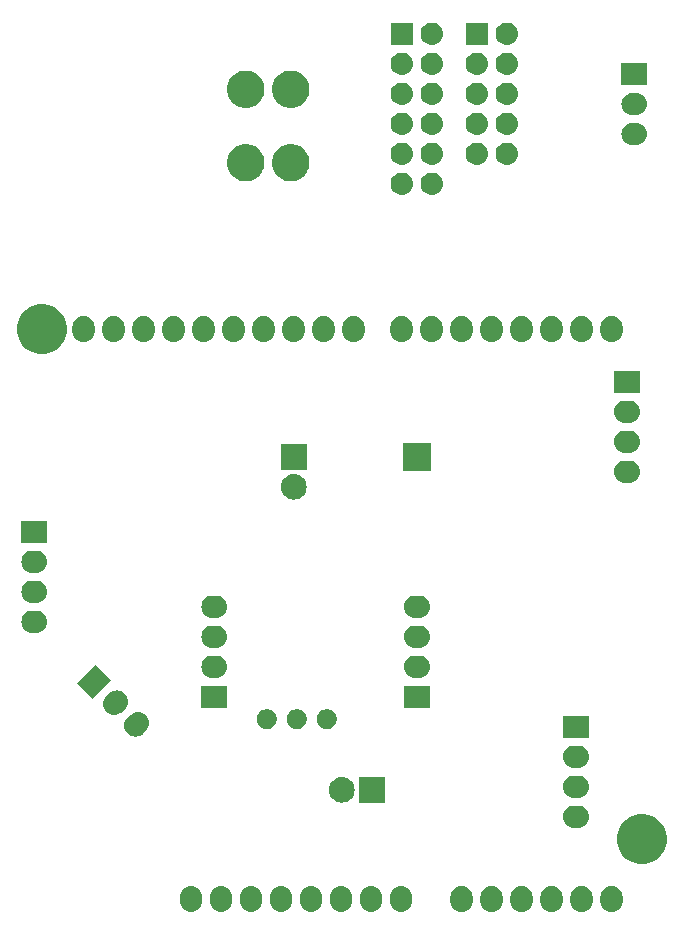
<source format=gbs>
G04 #@! TF.GenerationSoftware,KiCad,Pcbnew,5.0.0-rc2*
G04 #@! TF.CreationDate,2018-12-02T13:55:14-05:00*
G04 #@! TF.ProjectId,uno,756E6F2E6B696361645F706362000000,v1.0*
G04 #@! TF.SameCoordinates,Original*
G04 #@! TF.FileFunction,Soldermask,Bot*
G04 #@! TF.FilePolarity,Negative*
%FSLAX46Y46*%
G04 Gerber Fmt 4.6, Leading zero omitted, Abs format (unit mm)*
G04 Created by KiCad (PCBNEW 5.0.0-rc2) date Sun Dec  2 13:55:14 2018*
%MOMM*%
%LPD*%
G01*
G04 APERTURE LIST*
%ADD10C,0.100000*%
G04 APERTURE END LIST*
D10*
G36*
X48393427Y-107506397D02*
X48393429Y-107506398D01*
X48393432Y-107506398D01*
X48570585Y-107560137D01*
X48723310Y-107641771D01*
X48733852Y-107647405D01*
X48876953Y-107764846D01*
X48994394Y-107907947D01*
X48994395Y-107907949D01*
X49081662Y-108071214D01*
X49135401Y-108248367D01*
X49135401Y-108248368D01*
X49135402Y-108248372D01*
X49148999Y-108386427D01*
X49149000Y-108783573D01*
X49135403Y-108921627D01*
X49135402Y-108921629D01*
X49135402Y-108921632D01*
X49081663Y-109098785D01*
X49000029Y-109251510D01*
X48994395Y-109262052D01*
X48876954Y-109405153D01*
X48733853Y-109522594D01*
X48733851Y-109522595D01*
X48570586Y-109609862D01*
X48393433Y-109663601D01*
X48393430Y-109663601D01*
X48393428Y-109663602D01*
X48209200Y-109681748D01*
X48024973Y-109663603D01*
X48024971Y-109663602D01*
X48024968Y-109663602D01*
X47847815Y-109609863D01*
X47684550Y-109522596D01*
X47684548Y-109522595D01*
X47541447Y-109405154D01*
X47424006Y-109262053D01*
X47418371Y-109251511D01*
X47336738Y-109098786D01*
X47282999Y-108921633D01*
X47282999Y-108921630D01*
X47282998Y-108921628D01*
X47269401Y-108783573D01*
X47269400Y-108386427D01*
X47282997Y-108248373D01*
X47282998Y-108248371D01*
X47282998Y-108248368D01*
X47336737Y-108071215D01*
X47424004Y-107907950D01*
X47424005Y-107907948D01*
X47541446Y-107764847D01*
X47684547Y-107647406D01*
X47695089Y-107641772D01*
X47847814Y-107560138D01*
X48024967Y-107506399D01*
X48024970Y-107506399D01*
X48024972Y-107506398D01*
X48209200Y-107488252D01*
X48393427Y-107506397D01*
X48393427Y-107506397D01*
G37*
G36*
X50933427Y-107506397D02*
X50933429Y-107506398D01*
X50933432Y-107506398D01*
X51110585Y-107560137D01*
X51263310Y-107641771D01*
X51273852Y-107647405D01*
X51416953Y-107764846D01*
X51534394Y-107907947D01*
X51534395Y-107907949D01*
X51621662Y-108071214D01*
X51675401Y-108248367D01*
X51675401Y-108248368D01*
X51675402Y-108248372D01*
X51688999Y-108386427D01*
X51689000Y-108783573D01*
X51675403Y-108921627D01*
X51675402Y-108921629D01*
X51675402Y-108921632D01*
X51621663Y-109098785D01*
X51540029Y-109251510D01*
X51534395Y-109262052D01*
X51416954Y-109405153D01*
X51273853Y-109522594D01*
X51273851Y-109522595D01*
X51110586Y-109609862D01*
X50933433Y-109663601D01*
X50933430Y-109663601D01*
X50933428Y-109663602D01*
X50749200Y-109681748D01*
X50564973Y-109663603D01*
X50564971Y-109663602D01*
X50564968Y-109663602D01*
X50387815Y-109609863D01*
X50224550Y-109522596D01*
X50224548Y-109522595D01*
X50081447Y-109405154D01*
X49964006Y-109262053D01*
X49958371Y-109251511D01*
X49876738Y-109098786D01*
X49822999Y-108921633D01*
X49822999Y-108921630D01*
X49822998Y-108921628D01*
X49809401Y-108783573D01*
X49809400Y-108386427D01*
X49822997Y-108248373D01*
X49822998Y-108248371D01*
X49822998Y-108248368D01*
X49876737Y-108071215D01*
X49964004Y-107907950D01*
X49964005Y-107907948D01*
X50081446Y-107764847D01*
X50224547Y-107647406D01*
X50235089Y-107641772D01*
X50387814Y-107560138D01*
X50564967Y-107506399D01*
X50564970Y-107506399D01*
X50564972Y-107506398D01*
X50749200Y-107488252D01*
X50933427Y-107506397D01*
X50933427Y-107506397D01*
G37*
G36*
X66173427Y-107506397D02*
X66173429Y-107506398D01*
X66173432Y-107506398D01*
X66350585Y-107560137D01*
X66503310Y-107641771D01*
X66513852Y-107647405D01*
X66656953Y-107764846D01*
X66774394Y-107907947D01*
X66774395Y-107907949D01*
X66861662Y-108071214D01*
X66915401Y-108248367D01*
X66915401Y-108248368D01*
X66915402Y-108248372D01*
X66928999Y-108386427D01*
X66929000Y-108783573D01*
X66915403Y-108921627D01*
X66915402Y-108921629D01*
X66915402Y-108921632D01*
X66861663Y-109098785D01*
X66780029Y-109251510D01*
X66774395Y-109262052D01*
X66656954Y-109405153D01*
X66513853Y-109522594D01*
X66513851Y-109522595D01*
X66350586Y-109609862D01*
X66173433Y-109663601D01*
X66173430Y-109663601D01*
X66173428Y-109663602D01*
X65989200Y-109681748D01*
X65804973Y-109663603D01*
X65804971Y-109663602D01*
X65804968Y-109663602D01*
X65627815Y-109609863D01*
X65464550Y-109522596D01*
X65464548Y-109522595D01*
X65321447Y-109405154D01*
X65204006Y-109262053D01*
X65198371Y-109251511D01*
X65116738Y-109098786D01*
X65062999Y-108921633D01*
X65062999Y-108921630D01*
X65062998Y-108921628D01*
X65049401Y-108783573D01*
X65049400Y-108386427D01*
X65062997Y-108248373D01*
X65062998Y-108248371D01*
X65062998Y-108248368D01*
X65116737Y-108071215D01*
X65204004Y-107907950D01*
X65204005Y-107907948D01*
X65321446Y-107764847D01*
X65464547Y-107647406D01*
X65475089Y-107641772D01*
X65627814Y-107560138D01*
X65804967Y-107506399D01*
X65804970Y-107506399D01*
X65804972Y-107506398D01*
X65989200Y-107488252D01*
X66173427Y-107506397D01*
X66173427Y-107506397D01*
G37*
G36*
X53473427Y-107506397D02*
X53473429Y-107506398D01*
X53473432Y-107506398D01*
X53650585Y-107560137D01*
X53803310Y-107641771D01*
X53813852Y-107647405D01*
X53956953Y-107764846D01*
X54074394Y-107907947D01*
X54074395Y-107907949D01*
X54161662Y-108071214D01*
X54215401Y-108248367D01*
X54215401Y-108248368D01*
X54215402Y-108248372D01*
X54228999Y-108386427D01*
X54229000Y-108783573D01*
X54215403Y-108921627D01*
X54215402Y-108921629D01*
X54215402Y-108921632D01*
X54161663Y-109098785D01*
X54080029Y-109251510D01*
X54074395Y-109262052D01*
X53956954Y-109405153D01*
X53813853Y-109522594D01*
X53813851Y-109522595D01*
X53650586Y-109609862D01*
X53473433Y-109663601D01*
X53473430Y-109663601D01*
X53473428Y-109663602D01*
X53289200Y-109681748D01*
X53104973Y-109663603D01*
X53104971Y-109663602D01*
X53104968Y-109663602D01*
X52927815Y-109609863D01*
X52764550Y-109522596D01*
X52764548Y-109522595D01*
X52621447Y-109405154D01*
X52504006Y-109262053D01*
X52498371Y-109251511D01*
X52416738Y-109098786D01*
X52362999Y-108921633D01*
X52362999Y-108921630D01*
X52362998Y-108921628D01*
X52349401Y-108783573D01*
X52349400Y-108386427D01*
X52362997Y-108248373D01*
X52362998Y-108248371D01*
X52362998Y-108248368D01*
X52416737Y-108071215D01*
X52504004Y-107907950D01*
X52504005Y-107907948D01*
X52621446Y-107764847D01*
X52764547Y-107647406D01*
X52775089Y-107641772D01*
X52927814Y-107560138D01*
X53104967Y-107506399D01*
X53104970Y-107506399D01*
X53104972Y-107506398D01*
X53289200Y-107488252D01*
X53473427Y-107506397D01*
X53473427Y-107506397D01*
G37*
G36*
X56013427Y-107506397D02*
X56013429Y-107506398D01*
X56013432Y-107506398D01*
X56190585Y-107560137D01*
X56343310Y-107641771D01*
X56353852Y-107647405D01*
X56496953Y-107764846D01*
X56614394Y-107907947D01*
X56614395Y-107907949D01*
X56701662Y-108071214D01*
X56755401Y-108248367D01*
X56755401Y-108248368D01*
X56755402Y-108248372D01*
X56768999Y-108386427D01*
X56769000Y-108783573D01*
X56755403Y-108921627D01*
X56755402Y-108921629D01*
X56755402Y-108921632D01*
X56701663Y-109098785D01*
X56620029Y-109251510D01*
X56614395Y-109262052D01*
X56496954Y-109405153D01*
X56353853Y-109522594D01*
X56353851Y-109522595D01*
X56190586Y-109609862D01*
X56013433Y-109663601D01*
X56013430Y-109663601D01*
X56013428Y-109663602D01*
X55829200Y-109681748D01*
X55644973Y-109663603D01*
X55644971Y-109663602D01*
X55644968Y-109663602D01*
X55467815Y-109609863D01*
X55304550Y-109522596D01*
X55304548Y-109522595D01*
X55161447Y-109405154D01*
X55044006Y-109262053D01*
X55038371Y-109251511D01*
X54956738Y-109098786D01*
X54902999Y-108921633D01*
X54902999Y-108921630D01*
X54902998Y-108921628D01*
X54889401Y-108783573D01*
X54889400Y-108386427D01*
X54902997Y-108248373D01*
X54902998Y-108248371D01*
X54902998Y-108248368D01*
X54956737Y-108071215D01*
X55044004Y-107907950D01*
X55044005Y-107907948D01*
X55161446Y-107764847D01*
X55304547Y-107647406D01*
X55315089Y-107641772D01*
X55467814Y-107560138D01*
X55644967Y-107506399D01*
X55644970Y-107506399D01*
X55644972Y-107506398D01*
X55829200Y-107488252D01*
X56013427Y-107506397D01*
X56013427Y-107506397D01*
G37*
G36*
X58553427Y-107506397D02*
X58553429Y-107506398D01*
X58553432Y-107506398D01*
X58730585Y-107560137D01*
X58883310Y-107641771D01*
X58893852Y-107647405D01*
X59036953Y-107764846D01*
X59154394Y-107907947D01*
X59154395Y-107907949D01*
X59241662Y-108071214D01*
X59295401Y-108248367D01*
X59295401Y-108248368D01*
X59295402Y-108248372D01*
X59308999Y-108386427D01*
X59309000Y-108783573D01*
X59295403Y-108921627D01*
X59295402Y-108921629D01*
X59295402Y-108921632D01*
X59241663Y-109098785D01*
X59160029Y-109251510D01*
X59154395Y-109262052D01*
X59036954Y-109405153D01*
X58893853Y-109522594D01*
X58893851Y-109522595D01*
X58730586Y-109609862D01*
X58553433Y-109663601D01*
X58553430Y-109663601D01*
X58553428Y-109663602D01*
X58369200Y-109681748D01*
X58184973Y-109663603D01*
X58184971Y-109663602D01*
X58184968Y-109663602D01*
X58007815Y-109609863D01*
X57844550Y-109522596D01*
X57844548Y-109522595D01*
X57701447Y-109405154D01*
X57584006Y-109262053D01*
X57578371Y-109251511D01*
X57496738Y-109098786D01*
X57442999Y-108921633D01*
X57442999Y-108921630D01*
X57442998Y-108921628D01*
X57429401Y-108783573D01*
X57429400Y-108386427D01*
X57442997Y-108248373D01*
X57442998Y-108248371D01*
X57442998Y-108248368D01*
X57496737Y-108071215D01*
X57584004Y-107907950D01*
X57584005Y-107907948D01*
X57701446Y-107764847D01*
X57844547Y-107647406D01*
X57855089Y-107641772D01*
X58007814Y-107560138D01*
X58184967Y-107506399D01*
X58184970Y-107506399D01*
X58184972Y-107506398D01*
X58369200Y-107488252D01*
X58553427Y-107506397D01*
X58553427Y-107506397D01*
G37*
G36*
X61093427Y-107506397D02*
X61093429Y-107506398D01*
X61093432Y-107506398D01*
X61270585Y-107560137D01*
X61423310Y-107641771D01*
X61433852Y-107647405D01*
X61576953Y-107764846D01*
X61694394Y-107907947D01*
X61694395Y-107907949D01*
X61781662Y-108071214D01*
X61835401Y-108248367D01*
X61835401Y-108248368D01*
X61835402Y-108248372D01*
X61848999Y-108386427D01*
X61849000Y-108783573D01*
X61835403Y-108921627D01*
X61835402Y-108921629D01*
X61835402Y-108921632D01*
X61781663Y-109098785D01*
X61700029Y-109251510D01*
X61694395Y-109262052D01*
X61576954Y-109405153D01*
X61433853Y-109522594D01*
X61433851Y-109522595D01*
X61270586Y-109609862D01*
X61093433Y-109663601D01*
X61093430Y-109663601D01*
X61093428Y-109663602D01*
X60909200Y-109681748D01*
X60724973Y-109663603D01*
X60724971Y-109663602D01*
X60724968Y-109663602D01*
X60547815Y-109609863D01*
X60384550Y-109522596D01*
X60384548Y-109522595D01*
X60241447Y-109405154D01*
X60124006Y-109262053D01*
X60118371Y-109251511D01*
X60036738Y-109098786D01*
X59982999Y-108921633D01*
X59982999Y-108921630D01*
X59982998Y-108921628D01*
X59969401Y-108783573D01*
X59969400Y-108386427D01*
X59982997Y-108248373D01*
X59982998Y-108248371D01*
X59982998Y-108248368D01*
X60036737Y-108071215D01*
X60124004Y-107907950D01*
X60124005Y-107907948D01*
X60241446Y-107764847D01*
X60384547Y-107647406D01*
X60395089Y-107641772D01*
X60547814Y-107560138D01*
X60724967Y-107506399D01*
X60724970Y-107506399D01*
X60724972Y-107506398D01*
X60909200Y-107488252D01*
X61093427Y-107506397D01*
X61093427Y-107506397D01*
G37*
G36*
X63633427Y-107506397D02*
X63633429Y-107506398D01*
X63633432Y-107506398D01*
X63810585Y-107560137D01*
X63963310Y-107641771D01*
X63973852Y-107647405D01*
X64116953Y-107764846D01*
X64234394Y-107907947D01*
X64234395Y-107907949D01*
X64321662Y-108071214D01*
X64375401Y-108248367D01*
X64375401Y-108248368D01*
X64375402Y-108248372D01*
X64388999Y-108386427D01*
X64389000Y-108783573D01*
X64375403Y-108921627D01*
X64375402Y-108921629D01*
X64375402Y-108921632D01*
X64321663Y-109098785D01*
X64240029Y-109251510D01*
X64234395Y-109262052D01*
X64116954Y-109405153D01*
X63973853Y-109522594D01*
X63973851Y-109522595D01*
X63810586Y-109609862D01*
X63633433Y-109663601D01*
X63633430Y-109663601D01*
X63633428Y-109663602D01*
X63449200Y-109681748D01*
X63264973Y-109663603D01*
X63264971Y-109663602D01*
X63264968Y-109663602D01*
X63087815Y-109609863D01*
X62924550Y-109522596D01*
X62924548Y-109522595D01*
X62781447Y-109405154D01*
X62664006Y-109262053D01*
X62658371Y-109251511D01*
X62576738Y-109098786D01*
X62522999Y-108921633D01*
X62522999Y-108921630D01*
X62522998Y-108921628D01*
X62509401Y-108783573D01*
X62509400Y-108386427D01*
X62522997Y-108248373D01*
X62522998Y-108248371D01*
X62522998Y-108248368D01*
X62576737Y-108071215D01*
X62664004Y-107907950D01*
X62664005Y-107907948D01*
X62781446Y-107764847D01*
X62924547Y-107647406D01*
X62935089Y-107641772D01*
X63087814Y-107560138D01*
X63264967Y-107506399D01*
X63264970Y-107506399D01*
X63264972Y-107506398D01*
X63449200Y-107488252D01*
X63633427Y-107506397D01*
X63633427Y-107506397D01*
G37*
G36*
X73818827Y-107506397D02*
X73818829Y-107506398D01*
X73818832Y-107506398D01*
X73995985Y-107560137D01*
X74148710Y-107641771D01*
X74159252Y-107647405D01*
X74302353Y-107764846D01*
X74419794Y-107907947D01*
X74419795Y-107907949D01*
X74507062Y-108071214D01*
X74560801Y-108248367D01*
X74560801Y-108248368D01*
X74560802Y-108248372D01*
X74574399Y-108386427D01*
X74574400Y-108783573D01*
X74560803Y-108921627D01*
X74560802Y-108921629D01*
X74560802Y-108921632D01*
X74507063Y-109098785D01*
X74425429Y-109251510D01*
X74419795Y-109262052D01*
X74302354Y-109405153D01*
X74159253Y-109522594D01*
X74159251Y-109522595D01*
X73995986Y-109609862D01*
X73818833Y-109663601D01*
X73818830Y-109663601D01*
X73818828Y-109663602D01*
X73634600Y-109681748D01*
X73450373Y-109663603D01*
X73450371Y-109663602D01*
X73450368Y-109663602D01*
X73273215Y-109609863D01*
X73109950Y-109522596D01*
X73109948Y-109522595D01*
X72966847Y-109405154D01*
X72849406Y-109262053D01*
X72843771Y-109251511D01*
X72762138Y-109098786D01*
X72708399Y-108921633D01*
X72708399Y-108921630D01*
X72708398Y-108921628D01*
X72694801Y-108783573D01*
X72694800Y-108386427D01*
X72708397Y-108248373D01*
X72708398Y-108248371D01*
X72708398Y-108248368D01*
X72762137Y-108071215D01*
X72849404Y-107907950D01*
X72849405Y-107907948D01*
X72966846Y-107764847D01*
X73109947Y-107647406D01*
X73120489Y-107641771D01*
X73273214Y-107560138D01*
X73450367Y-107506399D01*
X73450370Y-107506399D01*
X73450372Y-107506398D01*
X73634600Y-107488252D01*
X73818827Y-107506397D01*
X73818827Y-107506397D01*
G37*
G36*
X76358827Y-107506397D02*
X76358829Y-107506398D01*
X76358832Y-107506398D01*
X76535985Y-107560137D01*
X76688710Y-107641771D01*
X76699252Y-107647405D01*
X76842353Y-107764846D01*
X76959794Y-107907947D01*
X76959795Y-107907949D01*
X77047062Y-108071214D01*
X77100801Y-108248367D01*
X77100801Y-108248368D01*
X77100802Y-108248372D01*
X77114399Y-108386427D01*
X77114400Y-108783573D01*
X77100803Y-108921627D01*
X77100802Y-108921629D01*
X77100802Y-108921632D01*
X77047063Y-109098785D01*
X76965429Y-109251510D01*
X76959795Y-109262052D01*
X76842354Y-109405153D01*
X76699253Y-109522594D01*
X76699251Y-109522595D01*
X76535986Y-109609862D01*
X76358833Y-109663601D01*
X76358830Y-109663601D01*
X76358828Y-109663602D01*
X76174600Y-109681748D01*
X75990373Y-109663603D01*
X75990371Y-109663602D01*
X75990368Y-109663602D01*
X75813215Y-109609863D01*
X75649950Y-109522596D01*
X75649948Y-109522595D01*
X75506847Y-109405154D01*
X75389406Y-109262053D01*
X75383771Y-109251511D01*
X75302138Y-109098786D01*
X75248399Y-108921633D01*
X75248399Y-108921630D01*
X75248398Y-108921628D01*
X75234801Y-108783573D01*
X75234800Y-108386427D01*
X75248397Y-108248373D01*
X75248398Y-108248371D01*
X75248398Y-108248368D01*
X75302137Y-108071215D01*
X75389404Y-107907950D01*
X75389405Y-107907948D01*
X75506846Y-107764847D01*
X75649947Y-107647406D01*
X75660489Y-107641771D01*
X75813214Y-107560138D01*
X75990367Y-107506399D01*
X75990370Y-107506399D01*
X75990372Y-107506398D01*
X76174600Y-107488252D01*
X76358827Y-107506397D01*
X76358827Y-107506397D01*
G37*
G36*
X78898827Y-107506397D02*
X78898829Y-107506398D01*
X78898832Y-107506398D01*
X79075985Y-107560137D01*
X79228710Y-107641771D01*
X79239252Y-107647405D01*
X79382353Y-107764846D01*
X79499794Y-107907947D01*
X79499795Y-107907949D01*
X79587062Y-108071214D01*
X79640801Y-108248367D01*
X79640801Y-108248368D01*
X79640802Y-108248372D01*
X79654399Y-108386427D01*
X79654400Y-108783573D01*
X79640803Y-108921627D01*
X79640802Y-108921629D01*
X79640802Y-108921632D01*
X79587063Y-109098785D01*
X79505429Y-109251510D01*
X79499795Y-109262052D01*
X79382354Y-109405153D01*
X79239253Y-109522594D01*
X79239251Y-109522595D01*
X79075986Y-109609862D01*
X78898833Y-109663601D01*
X78898830Y-109663601D01*
X78898828Y-109663602D01*
X78714600Y-109681748D01*
X78530373Y-109663603D01*
X78530371Y-109663602D01*
X78530368Y-109663602D01*
X78353215Y-109609863D01*
X78189950Y-109522596D01*
X78189948Y-109522595D01*
X78046847Y-109405154D01*
X77929406Y-109262053D01*
X77923771Y-109251511D01*
X77842138Y-109098786D01*
X77788399Y-108921633D01*
X77788399Y-108921630D01*
X77788398Y-108921628D01*
X77774801Y-108783573D01*
X77774800Y-108386427D01*
X77788397Y-108248373D01*
X77788398Y-108248371D01*
X77788398Y-108248368D01*
X77842137Y-108071215D01*
X77929404Y-107907950D01*
X77929405Y-107907948D01*
X78046846Y-107764847D01*
X78189947Y-107647406D01*
X78200489Y-107641771D01*
X78353214Y-107560138D01*
X78530367Y-107506399D01*
X78530370Y-107506399D01*
X78530372Y-107506398D01*
X78714600Y-107488252D01*
X78898827Y-107506397D01*
X78898827Y-107506397D01*
G37*
G36*
X81438827Y-107506397D02*
X81438829Y-107506398D01*
X81438832Y-107506398D01*
X81615985Y-107560137D01*
X81768710Y-107641771D01*
X81779252Y-107647405D01*
X81922353Y-107764846D01*
X82039794Y-107907947D01*
X82039795Y-107907949D01*
X82127062Y-108071214D01*
X82180801Y-108248367D01*
X82180801Y-108248368D01*
X82180802Y-108248372D01*
X82194399Y-108386427D01*
X82194400Y-108783573D01*
X82180803Y-108921627D01*
X82180802Y-108921629D01*
X82180802Y-108921632D01*
X82127063Y-109098785D01*
X82045429Y-109251510D01*
X82039795Y-109262052D01*
X81922354Y-109405153D01*
X81779253Y-109522594D01*
X81779251Y-109522595D01*
X81615986Y-109609862D01*
X81438833Y-109663601D01*
X81438830Y-109663601D01*
X81438828Y-109663602D01*
X81254600Y-109681748D01*
X81070373Y-109663603D01*
X81070371Y-109663602D01*
X81070368Y-109663602D01*
X80893215Y-109609863D01*
X80729950Y-109522596D01*
X80729948Y-109522595D01*
X80586847Y-109405154D01*
X80469406Y-109262053D01*
X80463771Y-109251511D01*
X80382138Y-109098786D01*
X80328399Y-108921633D01*
X80328399Y-108921630D01*
X80328398Y-108921628D01*
X80314801Y-108783573D01*
X80314800Y-108386427D01*
X80328397Y-108248373D01*
X80328398Y-108248371D01*
X80328398Y-108248368D01*
X80382137Y-108071215D01*
X80469404Y-107907950D01*
X80469405Y-107907948D01*
X80586846Y-107764847D01*
X80729947Y-107647406D01*
X80740489Y-107641771D01*
X80893214Y-107560138D01*
X81070367Y-107506399D01*
X81070370Y-107506399D01*
X81070372Y-107506398D01*
X81254600Y-107488252D01*
X81438827Y-107506397D01*
X81438827Y-107506397D01*
G37*
G36*
X83978827Y-107506397D02*
X83978829Y-107506398D01*
X83978832Y-107506398D01*
X84155985Y-107560137D01*
X84308710Y-107641771D01*
X84319252Y-107647405D01*
X84462353Y-107764846D01*
X84579794Y-107907947D01*
X84579795Y-107907949D01*
X84667062Y-108071214D01*
X84720801Y-108248367D01*
X84720801Y-108248368D01*
X84720802Y-108248372D01*
X84734399Y-108386427D01*
X84734400Y-108783573D01*
X84720803Y-108921627D01*
X84720802Y-108921629D01*
X84720802Y-108921632D01*
X84667063Y-109098785D01*
X84585429Y-109251510D01*
X84579795Y-109262052D01*
X84462354Y-109405153D01*
X84319253Y-109522594D01*
X84319251Y-109522595D01*
X84155986Y-109609862D01*
X83978833Y-109663601D01*
X83978830Y-109663601D01*
X83978828Y-109663602D01*
X83794600Y-109681748D01*
X83610373Y-109663603D01*
X83610371Y-109663602D01*
X83610368Y-109663602D01*
X83433215Y-109609863D01*
X83269950Y-109522596D01*
X83269948Y-109522595D01*
X83126847Y-109405154D01*
X83009406Y-109262053D01*
X83003771Y-109251511D01*
X82922138Y-109098786D01*
X82868399Y-108921633D01*
X82868399Y-108921630D01*
X82868398Y-108921628D01*
X82854801Y-108783573D01*
X82854800Y-108386427D01*
X82868397Y-108248373D01*
X82868398Y-108248371D01*
X82868398Y-108248368D01*
X82922137Y-108071215D01*
X83009404Y-107907950D01*
X83009405Y-107907948D01*
X83126846Y-107764847D01*
X83269947Y-107647406D01*
X83280489Y-107641771D01*
X83433214Y-107560138D01*
X83610367Y-107506399D01*
X83610370Y-107506399D01*
X83610372Y-107506398D01*
X83794600Y-107488252D01*
X83978827Y-107506397D01*
X83978827Y-107506397D01*
G37*
G36*
X71278827Y-107506397D02*
X71278829Y-107506398D01*
X71278832Y-107506398D01*
X71455985Y-107560137D01*
X71608710Y-107641771D01*
X71619252Y-107647405D01*
X71762353Y-107764846D01*
X71879794Y-107907947D01*
X71879795Y-107907949D01*
X71967062Y-108071214D01*
X72020801Y-108248367D01*
X72020801Y-108248368D01*
X72020802Y-108248372D01*
X72034399Y-108386427D01*
X72034400Y-108783573D01*
X72020803Y-108921627D01*
X72020802Y-108921629D01*
X72020802Y-108921632D01*
X71967063Y-109098785D01*
X71885429Y-109251510D01*
X71879795Y-109262052D01*
X71762354Y-109405153D01*
X71619253Y-109522594D01*
X71619251Y-109522595D01*
X71455986Y-109609862D01*
X71278833Y-109663601D01*
X71278830Y-109663601D01*
X71278828Y-109663602D01*
X71094600Y-109681748D01*
X70910373Y-109663603D01*
X70910371Y-109663602D01*
X70910368Y-109663602D01*
X70733215Y-109609863D01*
X70569950Y-109522596D01*
X70569948Y-109522595D01*
X70426847Y-109405154D01*
X70309406Y-109262053D01*
X70303771Y-109251511D01*
X70222138Y-109098786D01*
X70168399Y-108921633D01*
X70168399Y-108921630D01*
X70168398Y-108921628D01*
X70154801Y-108783573D01*
X70154800Y-108386427D01*
X70168397Y-108248373D01*
X70168398Y-108248371D01*
X70168398Y-108248368D01*
X70222137Y-108071215D01*
X70309404Y-107907950D01*
X70309405Y-107907948D01*
X70426846Y-107764847D01*
X70569947Y-107647406D01*
X70580489Y-107641771D01*
X70733214Y-107560138D01*
X70910367Y-107506399D01*
X70910370Y-107506399D01*
X70910372Y-107506398D01*
X71094600Y-107488252D01*
X71278827Y-107506397D01*
X71278827Y-107506397D01*
G37*
G36*
X86974939Y-101477817D02*
X87358607Y-101636737D01*
X87703899Y-101867454D01*
X87997546Y-102161101D01*
X88228263Y-102506393D01*
X88387183Y-102890061D01*
X88468200Y-103297360D01*
X88468200Y-103712640D01*
X88387183Y-104119939D01*
X88228263Y-104503607D01*
X87997546Y-104848899D01*
X87703899Y-105142546D01*
X87358607Y-105373263D01*
X86974939Y-105532183D01*
X86567640Y-105613200D01*
X86152360Y-105613200D01*
X85745061Y-105532183D01*
X85361393Y-105373263D01*
X85016101Y-105142546D01*
X84722454Y-104848899D01*
X84491737Y-104503607D01*
X84332817Y-104119939D01*
X84251800Y-103712640D01*
X84251800Y-103297360D01*
X84332817Y-102890061D01*
X84491737Y-102506393D01*
X84722454Y-102161101D01*
X85016101Y-101867454D01*
X85361393Y-101636737D01*
X85745061Y-101477817D01*
X86152360Y-101396800D01*
X86567640Y-101396800D01*
X86974939Y-101477817D01*
X86974939Y-101477817D01*
G37*
G36*
X81108628Y-100673797D02*
X81108630Y-100673798D01*
X81108633Y-100673798D01*
X81285786Y-100727537D01*
X81438511Y-100809170D01*
X81449053Y-100814805D01*
X81592154Y-100932246D01*
X81709595Y-101075347D01*
X81709596Y-101075349D01*
X81796863Y-101238614D01*
X81850602Y-101415767D01*
X81850602Y-101415770D01*
X81850603Y-101415772D01*
X81868748Y-101600000D01*
X81850603Y-101784228D01*
X81850602Y-101784230D01*
X81850602Y-101784233D01*
X81796863Y-101961386D01*
X81715230Y-102114111D01*
X81709595Y-102124653D01*
X81592154Y-102267754D01*
X81449053Y-102385195D01*
X81449051Y-102385196D01*
X81285786Y-102472463D01*
X81108633Y-102526202D01*
X81108630Y-102526202D01*
X81108628Y-102526203D01*
X80970574Y-102539800D01*
X80573426Y-102539800D01*
X80435372Y-102526203D01*
X80435370Y-102526202D01*
X80435367Y-102526202D01*
X80258214Y-102472463D01*
X80094949Y-102385196D01*
X80094947Y-102385195D01*
X79951846Y-102267754D01*
X79834405Y-102124653D01*
X79828771Y-102114111D01*
X79747137Y-101961386D01*
X79693398Y-101784233D01*
X79693398Y-101784230D01*
X79693397Y-101784228D01*
X79675252Y-101600000D01*
X79693397Y-101415772D01*
X79693398Y-101415770D01*
X79693398Y-101415767D01*
X79747137Y-101238614D01*
X79834404Y-101075349D01*
X79834405Y-101075347D01*
X79951846Y-100932246D01*
X80094947Y-100814805D01*
X80105489Y-100809171D01*
X80258214Y-100727537D01*
X80435367Y-100673798D01*
X80435370Y-100673798D01*
X80435372Y-100673797D01*
X80573426Y-100660200D01*
X80970574Y-100660200D01*
X81108628Y-100673797D01*
X81108628Y-100673797D01*
G37*
G36*
X61174105Y-98237603D02*
X61174108Y-98237604D01*
X61174109Y-98237604D01*
X61379989Y-98300057D01*
X61548032Y-98389878D01*
X61569731Y-98401476D01*
X61736038Y-98537962D01*
X61872524Y-98704269D01*
X61872525Y-98704271D01*
X61973943Y-98894011D01*
X61973943Y-98894012D01*
X62036397Y-99099895D01*
X62057485Y-99314000D01*
X62036397Y-99528105D01*
X62036396Y-99528108D01*
X62036396Y-99528109D01*
X61973943Y-99733989D01*
X61914502Y-99845195D01*
X61872524Y-99923731D01*
X61736038Y-100090038D01*
X61569731Y-100226524D01*
X61569729Y-100226525D01*
X61379989Y-100327943D01*
X61174109Y-100390396D01*
X61174108Y-100390396D01*
X61174105Y-100390397D01*
X61013654Y-100406200D01*
X60906346Y-100406200D01*
X60745895Y-100390397D01*
X60745892Y-100390396D01*
X60745891Y-100390396D01*
X60540011Y-100327943D01*
X60350271Y-100226525D01*
X60350269Y-100226524D01*
X60183962Y-100090038D01*
X60047476Y-99923731D01*
X60005498Y-99845195D01*
X59946057Y-99733989D01*
X59883604Y-99528109D01*
X59883604Y-99528108D01*
X59883603Y-99528105D01*
X59862515Y-99314000D01*
X59883603Y-99099895D01*
X59946057Y-98894012D01*
X59946057Y-98894011D01*
X60047475Y-98704271D01*
X60047476Y-98704269D01*
X60183962Y-98537962D01*
X60350269Y-98401476D01*
X60371968Y-98389878D01*
X60540011Y-98300057D01*
X60745891Y-98237604D01*
X60745892Y-98237604D01*
X60745895Y-98237603D01*
X60906346Y-98221800D01*
X61013654Y-98221800D01*
X61174105Y-98237603D01*
X61174105Y-98237603D01*
G37*
G36*
X64592200Y-100406200D02*
X62407800Y-100406200D01*
X62407800Y-98221800D01*
X64592200Y-98221800D01*
X64592200Y-100406200D01*
X64592200Y-100406200D01*
G37*
G36*
X81108628Y-98133797D02*
X81108630Y-98133798D01*
X81108633Y-98133798D01*
X81285786Y-98187537D01*
X81438511Y-98269170D01*
X81449053Y-98274805D01*
X81592154Y-98392246D01*
X81709595Y-98535347D01*
X81709596Y-98535349D01*
X81796863Y-98698614D01*
X81850602Y-98875767D01*
X81850602Y-98875770D01*
X81850603Y-98875772D01*
X81868748Y-99060000D01*
X81850603Y-99244228D01*
X81850602Y-99244230D01*
X81850602Y-99244233D01*
X81796863Y-99421386D01*
X81739820Y-99528105D01*
X81709595Y-99584653D01*
X81592154Y-99727754D01*
X81449053Y-99845195D01*
X81449051Y-99845196D01*
X81285786Y-99932463D01*
X81108633Y-99986202D01*
X81108630Y-99986202D01*
X81108628Y-99986203D01*
X80970574Y-99999800D01*
X80573426Y-99999800D01*
X80435372Y-99986203D01*
X80435370Y-99986202D01*
X80435367Y-99986202D01*
X80258214Y-99932463D01*
X80094949Y-99845196D01*
X80094947Y-99845195D01*
X79951846Y-99727754D01*
X79834405Y-99584653D01*
X79804180Y-99528105D01*
X79747137Y-99421386D01*
X79693398Y-99244233D01*
X79693398Y-99244230D01*
X79693397Y-99244228D01*
X79675252Y-99060000D01*
X79693397Y-98875772D01*
X79693398Y-98875770D01*
X79693398Y-98875767D01*
X79747137Y-98698614D01*
X79834404Y-98535349D01*
X79834405Y-98535347D01*
X79951846Y-98392246D01*
X80094947Y-98274805D01*
X80105489Y-98269170D01*
X80258214Y-98187537D01*
X80435367Y-98133798D01*
X80435370Y-98133798D01*
X80435372Y-98133797D01*
X80573426Y-98120200D01*
X80970574Y-98120200D01*
X81108628Y-98133797D01*
X81108628Y-98133797D01*
G37*
G36*
X81108628Y-95593797D02*
X81108630Y-95593798D01*
X81108633Y-95593798D01*
X81285786Y-95647537D01*
X81438511Y-95729170D01*
X81449053Y-95734805D01*
X81592154Y-95852246D01*
X81709595Y-95995347D01*
X81709596Y-95995349D01*
X81796863Y-96158614D01*
X81850602Y-96335767D01*
X81850602Y-96335770D01*
X81850603Y-96335772D01*
X81868748Y-96520000D01*
X81850603Y-96704228D01*
X81850602Y-96704230D01*
X81850602Y-96704233D01*
X81796863Y-96881386D01*
X81715230Y-97034111D01*
X81709595Y-97044653D01*
X81592154Y-97187754D01*
X81449053Y-97305195D01*
X81449051Y-97305196D01*
X81285786Y-97392463D01*
X81108633Y-97446202D01*
X81108630Y-97446202D01*
X81108628Y-97446203D01*
X80970574Y-97459800D01*
X80573426Y-97459800D01*
X80435372Y-97446203D01*
X80435370Y-97446202D01*
X80435367Y-97446202D01*
X80258214Y-97392463D01*
X80094949Y-97305196D01*
X80094947Y-97305195D01*
X79951846Y-97187754D01*
X79834405Y-97044653D01*
X79828770Y-97034111D01*
X79747137Y-96881386D01*
X79693398Y-96704233D01*
X79693398Y-96704230D01*
X79693397Y-96704228D01*
X79675252Y-96520000D01*
X79693397Y-96335772D01*
X79693398Y-96335770D01*
X79693398Y-96335767D01*
X79747137Y-96158614D01*
X79834404Y-95995349D01*
X79834405Y-95995347D01*
X79951846Y-95852246D01*
X80094947Y-95734805D01*
X80105489Y-95729170D01*
X80258214Y-95647537D01*
X80435367Y-95593798D01*
X80435370Y-95593798D01*
X80435372Y-95593797D01*
X80573426Y-95580200D01*
X80970574Y-95580200D01*
X81108628Y-95593797D01*
X81108628Y-95593797D01*
G37*
G36*
X81864200Y-94919800D02*
X79679800Y-94919800D01*
X79679800Y-93040200D01*
X81864200Y-93040200D01*
X81864200Y-94919800D01*
X81864200Y-94919800D01*
G37*
G36*
X43889097Y-92728137D02*
X43953710Y-92747738D01*
X44066251Y-92781876D01*
X44229516Y-92869143D01*
X44372619Y-92986585D01*
X44490061Y-93129688D01*
X44577328Y-93292953D01*
X44611466Y-93405494D01*
X44631067Y-93470107D01*
X44649212Y-93654339D01*
X44631067Y-93838572D01*
X44618705Y-93879322D01*
X44577328Y-94015724D01*
X44490061Y-94178990D01*
X44490060Y-94178991D01*
X44402051Y-94286230D01*
X44121230Y-94567051D01*
X44026494Y-94644799D01*
X44013990Y-94655061D01*
X43850725Y-94742327D01*
X43673572Y-94796066D01*
X43673569Y-94796066D01*
X43673567Y-94796067D01*
X43489339Y-94814212D01*
X43305111Y-94796067D01*
X43305109Y-94796066D01*
X43305106Y-94796066D01*
X43127953Y-94742327D01*
X42964688Y-94655061D01*
X42821585Y-94537619D01*
X42704143Y-94394516D01*
X42616877Y-94231251D01*
X42563138Y-94054098D01*
X42563138Y-94054095D01*
X42563137Y-94054093D01*
X42544992Y-93869865D01*
X42563137Y-93685637D01*
X42563138Y-93685635D01*
X42563138Y-93685632D01*
X42616877Y-93508479D01*
X42704143Y-93345214D01*
X42747033Y-93292953D01*
X42792153Y-93237974D01*
X43072974Y-92957153D01*
X43180213Y-92869144D01*
X43180212Y-92869144D01*
X43180214Y-92869143D01*
X43343480Y-92781876D01*
X43427885Y-92756272D01*
X43520632Y-92728137D01*
X43704865Y-92709992D01*
X43889097Y-92728137D01*
X43889097Y-92728137D01*
G37*
G36*
X54854494Y-92539011D02*
X55007037Y-92602197D01*
X55144322Y-92693927D01*
X55261073Y-92810678D01*
X55352803Y-92947963D01*
X55415989Y-93100506D01*
X55448200Y-93262444D01*
X55448200Y-93427556D01*
X55415989Y-93589494D01*
X55352803Y-93742037D01*
X55261073Y-93879322D01*
X55144322Y-93996073D01*
X55007037Y-94087803D01*
X54854494Y-94150989D01*
X54692556Y-94183200D01*
X54527444Y-94183200D01*
X54365506Y-94150989D01*
X54212963Y-94087803D01*
X54075678Y-93996073D01*
X53958927Y-93879322D01*
X53867197Y-93742037D01*
X53804011Y-93589494D01*
X53771800Y-93427556D01*
X53771800Y-93262444D01*
X53804011Y-93100506D01*
X53867197Y-92947963D01*
X53958927Y-92810678D01*
X54075678Y-92693927D01*
X54212963Y-92602197D01*
X54365506Y-92539011D01*
X54527444Y-92506800D01*
X54692556Y-92506800D01*
X54854494Y-92539011D01*
X54854494Y-92539011D01*
G37*
G36*
X59934494Y-92539011D02*
X60087037Y-92602197D01*
X60224322Y-92693927D01*
X60341073Y-92810678D01*
X60432803Y-92947963D01*
X60495989Y-93100506D01*
X60528200Y-93262444D01*
X60528200Y-93427556D01*
X60495989Y-93589494D01*
X60432803Y-93742037D01*
X60341073Y-93879322D01*
X60224322Y-93996073D01*
X60087037Y-94087803D01*
X59934494Y-94150989D01*
X59772556Y-94183200D01*
X59607444Y-94183200D01*
X59445506Y-94150989D01*
X59292963Y-94087803D01*
X59155678Y-93996073D01*
X59038927Y-93879322D01*
X58947197Y-93742037D01*
X58884011Y-93589494D01*
X58851800Y-93427556D01*
X58851800Y-93262444D01*
X58884011Y-93100506D01*
X58947197Y-92947963D01*
X59038927Y-92810678D01*
X59155678Y-92693927D01*
X59292963Y-92602197D01*
X59445506Y-92539011D01*
X59607444Y-92506800D01*
X59772556Y-92506800D01*
X59934494Y-92539011D01*
X59934494Y-92539011D01*
G37*
G36*
X57394494Y-92539011D02*
X57547037Y-92602197D01*
X57684322Y-92693927D01*
X57801073Y-92810678D01*
X57892803Y-92947963D01*
X57955989Y-93100506D01*
X57988200Y-93262444D01*
X57988200Y-93427556D01*
X57955989Y-93589494D01*
X57892803Y-93742037D01*
X57801073Y-93879322D01*
X57684322Y-93996073D01*
X57547037Y-94087803D01*
X57394494Y-94150989D01*
X57232556Y-94183200D01*
X57067444Y-94183200D01*
X56905506Y-94150989D01*
X56752963Y-94087803D01*
X56615678Y-93996073D01*
X56498927Y-93879322D01*
X56407197Y-93742037D01*
X56344011Y-93589494D01*
X56311800Y-93427556D01*
X56311800Y-93262444D01*
X56344011Y-93100506D01*
X56407197Y-92947963D01*
X56498927Y-92810678D01*
X56615678Y-92693927D01*
X56752963Y-92602197D01*
X56905506Y-92539011D01*
X57067444Y-92506800D01*
X57232556Y-92506800D01*
X57394494Y-92539011D01*
X57394494Y-92539011D01*
G37*
G36*
X42093046Y-90932086D02*
X42157659Y-90951687D01*
X42270200Y-90985825D01*
X42433465Y-91073092D01*
X42576568Y-91190534D01*
X42694010Y-91333637D01*
X42781277Y-91496902D01*
X42814626Y-91606841D01*
X42835016Y-91674056D01*
X42853161Y-91858288D01*
X42835016Y-92042521D01*
X42806881Y-92135268D01*
X42781277Y-92219673D01*
X42694010Y-92382939D01*
X42694009Y-92382940D01*
X42606000Y-92490179D01*
X42325179Y-92771000D01*
X42276831Y-92810678D01*
X42217939Y-92859010D01*
X42054674Y-92946276D01*
X41877521Y-93000015D01*
X41877518Y-93000015D01*
X41877516Y-93000016D01*
X41693288Y-93018161D01*
X41509060Y-93000016D01*
X41509058Y-93000015D01*
X41509055Y-93000015D01*
X41331902Y-92946276D01*
X41168637Y-92859010D01*
X41025534Y-92741568D01*
X40908092Y-92598465D01*
X40820826Y-92435200D01*
X40767087Y-92258047D01*
X40767087Y-92258044D01*
X40767086Y-92258042D01*
X40748941Y-92073814D01*
X40767086Y-91889586D01*
X40767087Y-91889584D01*
X40767087Y-91889581D01*
X40820826Y-91712428D01*
X40908092Y-91549163D01*
X40950982Y-91496902D01*
X40996102Y-91441923D01*
X41276923Y-91161102D01*
X41384162Y-91073093D01*
X41384161Y-91073093D01*
X41384163Y-91073092D01*
X41547429Y-90985825D01*
X41631834Y-90960221D01*
X41724581Y-90932086D01*
X41908814Y-90913941D01*
X42093046Y-90932086D01*
X42093046Y-90932086D01*
G37*
G36*
X51257200Y-92379800D02*
X49072800Y-92379800D01*
X49072800Y-90500200D01*
X51257200Y-90500200D01*
X51257200Y-92379800D01*
X51257200Y-92379800D01*
G37*
G36*
X68402200Y-92379800D02*
X66217800Y-92379800D01*
X66217800Y-90500200D01*
X68402200Y-90500200D01*
X68402200Y-92379800D01*
X68402200Y-92379800D01*
G37*
G36*
X41441841Y-90062237D02*
X39897237Y-91606841D01*
X38568159Y-90277763D01*
X40112763Y-88733159D01*
X41441841Y-90062237D01*
X41441841Y-90062237D01*
G37*
G36*
X50501628Y-87973797D02*
X50501630Y-87973798D01*
X50501633Y-87973798D01*
X50678786Y-88027537D01*
X50831511Y-88109170D01*
X50842053Y-88114805D01*
X50985154Y-88232246D01*
X51102595Y-88375347D01*
X51102596Y-88375349D01*
X51189863Y-88538614D01*
X51243602Y-88715767D01*
X51243602Y-88715770D01*
X51243603Y-88715772D01*
X51261748Y-88900000D01*
X51243603Y-89084228D01*
X51243602Y-89084230D01*
X51243602Y-89084233D01*
X51189863Y-89261386D01*
X51108229Y-89414111D01*
X51102595Y-89424653D01*
X50985154Y-89567754D01*
X50842053Y-89685195D01*
X50842051Y-89685196D01*
X50678786Y-89772463D01*
X50501633Y-89826202D01*
X50501630Y-89826202D01*
X50501628Y-89826203D01*
X50363574Y-89839800D01*
X49966426Y-89839800D01*
X49828372Y-89826203D01*
X49828370Y-89826202D01*
X49828367Y-89826202D01*
X49651214Y-89772463D01*
X49487949Y-89685196D01*
X49487947Y-89685195D01*
X49344846Y-89567754D01*
X49227405Y-89424653D01*
X49221771Y-89414111D01*
X49140137Y-89261386D01*
X49086398Y-89084233D01*
X49086398Y-89084230D01*
X49086397Y-89084228D01*
X49068252Y-88900000D01*
X49086397Y-88715772D01*
X49086398Y-88715770D01*
X49086398Y-88715767D01*
X49140137Y-88538614D01*
X49227404Y-88375349D01*
X49227405Y-88375347D01*
X49344846Y-88232246D01*
X49487947Y-88114805D01*
X49498489Y-88109170D01*
X49651214Y-88027537D01*
X49828367Y-87973798D01*
X49828370Y-87973798D01*
X49828372Y-87973797D01*
X49966426Y-87960200D01*
X50363574Y-87960200D01*
X50501628Y-87973797D01*
X50501628Y-87973797D01*
G37*
G36*
X67646628Y-87973797D02*
X67646630Y-87973798D01*
X67646633Y-87973798D01*
X67823786Y-88027537D01*
X67976511Y-88109170D01*
X67987053Y-88114805D01*
X68130154Y-88232246D01*
X68247595Y-88375347D01*
X68247596Y-88375349D01*
X68334863Y-88538614D01*
X68388602Y-88715767D01*
X68388602Y-88715770D01*
X68388603Y-88715772D01*
X68406748Y-88900000D01*
X68388603Y-89084228D01*
X68388602Y-89084230D01*
X68388602Y-89084233D01*
X68334863Y-89261386D01*
X68253229Y-89414111D01*
X68247595Y-89424653D01*
X68130154Y-89567754D01*
X67987053Y-89685195D01*
X67987051Y-89685196D01*
X67823786Y-89772463D01*
X67646633Y-89826202D01*
X67646630Y-89826202D01*
X67646628Y-89826203D01*
X67508574Y-89839800D01*
X67111426Y-89839800D01*
X66973372Y-89826203D01*
X66973370Y-89826202D01*
X66973367Y-89826202D01*
X66796214Y-89772463D01*
X66632949Y-89685196D01*
X66632947Y-89685195D01*
X66489846Y-89567754D01*
X66372405Y-89424653D01*
X66366771Y-89414111D01*
X66285137Y-89261386D01*
X66231398Y-89084233D01*
X66231398Y-89084230D01*
X66231397Y-89084228D01*
X66213252Y-88900000D01*
X66231397Y-88715772D01*
X66231398Y-88715770D01*
X66231398Y-88715767D01*
X66285137Y-88538614D01*
X66372404Y-88375349D01*
X66372405Y-88375347D01*
X66489846Y-88232246D01*
X66632947Y-88114805D01*
X66643489Y-88109170D01*
X66796214Y-88027537D01*
X66973367Y-87973798D01*
X66973370Y-87973798D01*
X66973372Y-87973797D01*
X67111426Y-87960200D01*
X67508574Y-87960200D01*
X67646628Y-87973797D01*
X67646628Y-87973797D01*
G37*
G36*
X67646628Y-85433797D02*
X67646630Y-85433798D01*
X67646633Y-85433798D01*
X67823786Y-85487537D01*
X67976511Y-85569170D01*
X67987053Y-85574805D01*
X68130154Y-85692246D01*
X68247595Y-85835347D01*
X68247596Y-85835349D01*
X68334863Y-85998614D01*
X68388602Y-86175767D01*
X68388602Y-86175770D01*
X68388603Y-86175772D01*
X68406748Y-86360000D01*
X68388603Y-86544228D01*
X68388602Y-86544230D01*
X68388602Y-86544233D01*
X68334863Y-86721386D01*
X68253229Y-86874111D01*
X68247595Y-86884653D01*
X68130154Y-87027754D01*
X67987053Y-87145195D01*
X67987051Y-87145196D01*
X67823786Y-87232463D01*
X67646633Y-87286202D01*
X67646630Y-87286202D01*
X67646628Y-87286203D01*
X67508574Y-87299800D01*
X67111426Y-87299800D01*
X66973372Y-87286203D01*
X66973370Y-87286202D01*
X66973367Y-87286202D01*
X66796214Y-87232463D01*
X66632949Y-87145196D01*
X66632947Y-87145195D01*
X66489846Y-87027754D01*
X66372405Y-86884653D01*
X66366770Y-86874111D01*
X66285137Y-86721386D01*
X66231398Y-86544233D01*
X66231398Y-86544230D01*
X66231397Y-86544228D01*
X66213252Y-86360000D01*
X66231397Y-86175772D01*
X66231398Y-86175770D01*
X66231398Y-86175767D01*
X66285137Y-85998614D01*
X66372404Y-85835349D01*
X66372405Y-85835347D01*
X66489846Y-85692246D01*
X66632947Y-85574805D01*
X66643489Y-85569170D01*
X66796214Y-85487537D01*
X66973367Y-85433798D01*
X66973370Y-85433798D01*
X66973372Y-85433797D01*
X67111426Y-85420200D01*
X67508574Y-85420200D01*
X67646628Y-85433797D01*
X67646628Y-85433797D01*
G37*
G36*
X50501628Y-85433797D02*
X50501630Y-85433798D01*
X50501633Y-85433798D01*
X50678786Y-85487537D01*
X50831511Y-85569170D01*
X50842053Y-85574805D01*
X50985154Y-85692246D01*
X51102595Y-85835347D01*
X51102596Y-85835349D01*
X51189863Y-85998614D01*
X51243602Y-86175767D01*
X51243602Y-86175770D01*
X51243603Y-86175772D01*
X51261748Y-86360000D01*
X51243603Y-86544228D01*
X51243602Y-86544230D01*
X51243602Y-86544233D01*
X51189863Y-86721386D01*
X51108229Y-86874111D01*
X51102595Y-86884653D01*
X50985154Y-87027754D01*
X50842053Y-87145195D01*
X50842051Y-87145196D01*
X50678786Y-87232463D01*
X50501633Y-87286202D01*
X50501630Y-87286202D01*
X50501628Y-87286203D01*
X50363574Y-87299800D01*
X49966426Y-87299800D01*
X49828372Y-87286203D01*
X49828370Y-87286202D01*
X49828367Y-87286202D01*
X49651214Y-87232463D01*
X49487949Y-87145196D01*
X49487947Y-87145195D01*
X49344846Y-87027754D01*
X49227405Y-86884653D01*
X49221770Y-86874111D01*
X49140137Y-86721386D01*
X49086398Y-86544233D01*
X49086398Y-86544230D01*
X49086397Y-86544228D01*
X49068252Y-86360000D01*
X49086397Y-86175772D01*
X49086398Y-86175770D01*
X49086398Y-86175767D01*
X49140137Y-85998614D01*
X49227404Y-85835349D01*
X49227405Y-85835347D01*
X49344846Y-85692246D01*
X49487947Y-85574805D01*
X49498489Y-85569170D01*
X49651214Y-85487537D01*
X49828367Y-85433798D01*
X49828370Y-85433798D01*
X49828372Y-85433797D01*
X49966426Y-85420200D01*
X50363574Y-85420200D01*
X50501628Y-85433797D01*
X50501628Y-85433797D01*
G37*
G36*
X35261628Y-84163797D02*
X35261630Y-84163798D01*
X35261633Y-84163798D01*
X35438786Y-84217537D01*
X35591511Y-84299171D01*
X35602053Y-84304805D01*
X35745154Y-84422246D01*
X35862595Y-84565347D01*
X35862596Y-84565349D01*
X35949863Y-84728614D01*
X36003602Y-84905767D01*
X36003602Y-84905770D01*
X36003603Y-84905772D01*
X36021748Y-85090000D01*
X36003603Y-85274228D01*
X36003602Y-85274230D01*
X36003602Y-85274233D01*
X35949863Y-85451386D01*
X35883894Y-85574805D01*
X35862595Y-85614653D01*
X35745154Y-85757754D01*
X35602053Y-85875195D01*
X35602051Y-85875196D01*
X35438786Y-85962463D01*
X35261633Y-86016202D01*
X35261630Y-86016202D01*
X35261628Y-86016203D01*
X35123574Y-86029800D01*
X34726426Y-86029800D01*
X34588372Y-86016203D01*
X34588370Y-86016202D01*
X34588367Y-86016202D01*
X34411214Y-85962463D01*
X34247949Y-85875196D01*
X34247947Y-85875195D01*
X34104846Y-85757754D01*
X33987405Y-85614653D01*
X33966106Y-85574805D01*
X33900137Y-85451386D01*
X33846398Y-85274233D01*
X33846398Y-85274230D01*
X33846397Y-85274228D01*
X33828252Y-85090000D01*
X33846397Y-84905772D01*
X33846398Y-84905770D01*
X33846398Y-84905767D01*
X33900137Y-84728614D01*
X33987404Y-84565349D01*
X33987405Y-84565347D01*
X34104846Y-84422246D01*
X34247947Y-84304805D01*
X34258489Y-84299171D01*
X34411214Y-84217537D01*
X34588367Y-84163798D01*
X34588370Y-84163798D01*
X34588372Y-84163797D01*
X34726426Y-84150200D01*
X35123574Y-84150200D01*
X35261628Y-84163797D01*
X35261628Y-84163797D01*
G37*
G36*
X67646628Y-82893797D02*
X67646630Y-82893798D01*
X67646633Y-82893798D01*
X67823786Y-82947537D01*
X67976511Y-83029171D01*
X67987053Y-83034805D01*
X68130154Y-83152246D01*
X68247595Y-83295347D01*
X68247596Y-83295349D01*
X68334863Y-83458614D01*
X68388602Y-83635767D01*
X68388602Y-83635770D01*
X68388603Y-83635772D01*
X68406748Y-83820000D01*
X68388603Y-84004228D01*
X68388602Y-84004230D01*
X68388602Y-84004233D01*
X68334863Y-84181386D01*
X68268894Y-84304805D01*
X68247595Y-84344653D01*
X68130154Y-84487754D01*
X67987053Y-84605195D01*
X67987051Y-84605196D01*
X67823786Y-84692463D01*
X67646633Y-84746202D01*
X67646630Y-84746202D01*
X67646628Y-84746203D01*
X67508574Y-84759800D01*
X67111426Y-84759800D01*
X66973372Y-84746203D01*
X66973370Y-84746202D01*
X66973367Y-84746202D01*
X66796214Y-84692463D01*
X66632949Y-84605196D01*
X66632947Y-84605195D01*
X66489846Y-84487754D01*
X66372405Y-84344653D01*
X66351106Y-84304805D01*
X66285137Y-84181386D01*
X66231398Y-84004233D01*
X66231398Y-84004230D01*
X66231397Y-84004228D01*
X66213252Y-83820000D01*
X66231397Y-83635772D01*
X66231398Y-83635770D01*
X66231398Y-83635767D01*
X66285137Y-83458614D01*
X66372404Y-83295349D01*
X66372405Y-83295347D01*
X66489846Y-83152246D01*
X66632947Y-83034805D01*
X66643489Y-83029171D01*
X66796214Y-82947537D01*
X66973367Y-82893798D01*
X66973370Y-82893798D01*
X66973372Y-82893797D01*
X67111426Y-82880200D01*
X67508574Y-82880200D01*
X67646628Y-82893797D01*
X67646628Y-82893797D01*
G37*
G36*
X50501628Y-82893797D02*
X50501630Y-82893798D01*
X50501633Y-82893798D01*
X50678786Y-82947537D01*
X50831511Y-83029171D01*
X50842053Y-83034805D01*
X50985154Y-83152246D01*
X51102595Y-83295347D01*
X51102596Y-83295349D01*
X51189863Y-83458614D01*
X51243602Y-83635767D01*
X51243602Y-83635770D01*
X51243603Y-83635772D01*
X51261748Y-83820000D01*
X51243603Y-84004228D01*
X51243602Y-84004230D01*
X51243602Y-84004233D01*
X51189863Y-84181386D01*
X51123894Y-84304805D01*
X51102595Y-84344653D01*
X50985154Y-84487754D01*
X50842053Y-84605195D01*
X50842051Y-84605196D01*
X50678786Y-84692463D01*
X50501633Y-84746202D01*
X50501630Y-84746202D01*
X50501628Y-84746203D01*
X50363574Y-84759800D01*
X49966426Y-84759800D01*
X49828372Y-84746203D01*
X49828370Y-84746202D01*
X49828367Y-84746202D01*
X49651214Y-84692463D01*
X49487949Y-84605196D01*
X49487947Y-84605195D01*
X49344846Y-84487754D01*
X49227405Y-84344653D01*
X49206106Y-84304805D01*
X49140137Y-84181386D01*
X49086398Y-84004233D01*
X49086398Y-84004230D01*
X49086397Y-84004228D01*
X49068252Y-83820000D01*
X49086397Y-83635772D01*
X49086398Y-83635770D01*
X49086398Y-83635767D01*
X49140137Y-83458614D01*
X49227404Y-83295349D01*
X49227405Y-83295347D01*
X49344846Y-83152246D01*
X49487947Y-83034805D01*
X49498489Y-83029171D01*
X49651214Y-82947537D01*
X49828367Y-82893798D01*
X49828370Y-82893798D01*
X49828372Y-82893797D01*
X49966426Y-82880200D01*
X50363574Y-82880200D01*
X50501628Y-82893797D01*
X50501628Y-82893797D01*
G37*
G36*
X35261628Y-81623797D02*
X35261630Y-81623798D01*
X35261633Y-81623798D01*
X35438786Y-81677537D01*
X35591511Y-81759171D01*
X35602053Y-81764805D01*
X35745154Y-81882246D01*
X35862595Y-82025347D01*
X35862596Y-82025349D01*
X35949863Y-82188614D01*
X36003602Y-82365767D01*
X36003602Y-82365770D01*
X36003603Y-82365772D01*
X36021748Y-82550000D01*
X36003603Y-82734228D01*
X36003602Y-82734230D01*
X36003602Y-82734233D01*
X35949863Y-82911386D01*
X35883894Y-83034805D01*
X35862595Y-83074653D01*
X35745154Y-83217754D01*
X35602053Y-83335195D01*
X35602051Y-83335196D01*
X35438786Y-83422463D01*
X35261633Y-83476202D01*
X35261630Y-83476202D01*
X35261628Y-83476203D01*
X35123574Y-83489800D01*
X34726426Y-83489800D01*
X34588372Y-83476203D01*
X34588370Y-83476202D01*
X34588367Y-83476202D01*
X34411214Y-83422463D01*
X34247949Y-83335196D01*
X34247947Y-83335195D01*
X34104846Y-83217754D01*
X33987405Y-83074653D01*
X33966106Y-83034805D01*
X33900137Y-82911386D01*
X33846398Y-82734233D01*
X33846398Y-82734230D01*
X33846397Y-82734228D01*
X33828252Y-82550000D01*
X33846397Y-82365772D01*
X33846398Y-82365770D01*
X33846398Y-82365767D01*
X33900137Y-82188614D01*
X33987404Y-82025349D01*
X33987405Y-82025347D01*
X34104846Y-81882246D01*
X34247947Y-81764805D01*
X34258489Y-81759171D01*
X34411214Y-81677537D01*
X34588367Y-81623798D01*
X34588370Y-81623798D01*
X34588372Y-81623797D01*
X34726426Y-81610200D01*
X35123574Y-81610200D01*
X35261628Y-81623797D01*
X35261628Y-81623797D01*
G37*
G36*
X35261628Y-79083797D02*
X35261630Y-79083798D01*
X35261633Y-79083798D01*
X35438786Y-79137537D01*
X35591511Y-79219171D01*
X35602053Y-79224805D01*
X35745154Y-79342246D01*
X35862595Y-79485347D01*
X35862596Y-79485349D01*
X35949863Y-79648614D01*
X36003602Y-79825767D01*
X36003602Y-79825770D01*
X36003603Y-79825772D01*
X36021748Y-80010000D01*
X36003603Y-80194228D01*
X36003602Y-80194230D01*
X36003602Y-80194233D01*
X35949863Y-80371386D01*
X35868230Y-80524111D01*
X35862595Y-80534653D01*
X35745154Y-80677754D01*
X35602053Y-80795195D01*
X35602051Y-80795196D01*
X35438786Y-80882463D01*
X35261633Y-80936202D01*
X35261630Y-80936202D01*
X35261628Y-80936203D01*
X35123574Y-80949800D01*
X34726426Y-80949800D01*
X34588372Y-80936203D01*
X34588370Y-80936202D01*
X34588367Y-80936202D01*
X34411214Y-80882463D01*
X34247949Y-80795196D01*
X34247947Y-80795195D01*
X34104846Y-80677754D01*
X33987405Y-80534653D01*
X33981771Y-80524111D01*
X33900137Y-80371386D01*
X33846398Y-80194233D01*
X33846398Y-80194230D01*
X33846397Y-80194228D01*
X33828252Y-80010000D01*
X33846397Y-79825772D01*
X33846398Y-79825770D01*
X33846398Y-79825767D01*
X33900137Y-79648614D01*
X33987404Y-79485349D01*
X33987405Y-79485347D01*
X34104846Y-79342246D01*
X34247947Y-79224805D01*
X34258489Y-79219171D01*
X34411214Y-79137537D01*
X34588367Y-79083798D01*
X34588370Y-79083798D01*
X34588372Y-79083797D01*
X34726426Y-79070200D01*
X35123574Y-79070200D01*
X35261628Y-79083797D01*
X35261628Y-79083797D01*
G37*
G36*
X36017200Y-78409800D02*
X33832800Y-78409800D01*
X33832800Y-76530200D01*
X36017200Y-76530200D01*
X36017200Y-78409800D01*
X36017200Y-78409800D01*
G37*
G36*
X57110105Y-72583603D02*
X57110108Y-72583604D01*
X57110109Y-72583604D01*
X57315989Y-72646057D01*
X57484032Y-72735878D01*
X57505731Y-72747476D01*
X57672038Y-72883962D01*
X57808524Y-73050269D01*
X57808525Y-73050271D01*
X57909943Y-73240011D01*
X57937180Y-73329800D01*
X57972397Y-73445895D01*
X57993485Y-73660000D01*
X57972397Y-73874105D01*
X57972396Y-73874108D01*
X57972396Y-73874109D01*
X57909943Y-74079989D01*
X57820122Y-74248032D01*
X57808524Y-74269731D01*
X57672038Y-74436038D01*
X57505731Y-74572524D01*
X57505729Y-74572525D01*
X57315989Y-74673943D01*
X57110109Y-74736396D01*
X57110108Y-74736396D01*
X57110105Y-74736397D01*
X56949654Y-74752200D01*
X56842346Y-74752200D01*
X56681895Y-74736397D01*
X56681892Y-74736396D01*
X56681891Y-74736396D01*
X56476011Y-74673943D01*
X56286271Y-74572525D01*
X56286269Y-74572524D01*
X56119962Y-74436038D01*
X55983476Y-74269731D01*
X55971878Y-74248032D01*
X55882057Y-74079989D01*
X55819604Y-73874109D01*
X55819604Y-73874108D01*
X55819603Y-73874105D01*
X55798515Y-73660000D01*
X55819603Y-73445895D01*
X55854820Y-73329800D01*
X55882057Y-73240011D01*
X55983475Y-73050271D01*
X55983476Y-73050269D01*
X56119962Y-72883962D01*
X56286269Y-72747476D01*
X56307968Y-72735878D01*
X56476011Y-72646057D01*
X56681891Y-72583604D01*
X56681892Y-72583604D01*
X56681895Y-72583603D01*
X56842346Y-72567800D01*
X56949654Y-72567800D01*
X57110105Y-72583603D01*
X57110105Y-72583603D01*
G37*
G36*
X85426628Y-71463797D02*
X85426630Y-71463798D01*
X85426633Y-71463798D01*
X85603786Y-71517537D01*
X85756511Y-71599171D01*
X85767053Y-71604805D01*
X85910154Y-71722246D01*
X86027595Y-71865347D01*
X86027596Y-71865349D01*
X86114863Y-72028614D01*
X86168602Y-72205767D01*
X86168602Y-72205770D01*
X86168603Y-72205772D01*
X86186748Y-72390000D01*
X86168603Y-72574228D01*
X86168602Y-72574230D01*
X86168602Y-72574233D01*
X86114863Y-72751386D01*
X86033230Y-72904111D01*
X86027595Y-72914653D01*
X85910154Y-73057754D01*
X85767053Y-73175195D01*
X85767051Y-73175196D01*
X85603786Y-73262463D01*
X85426633Y-73316202D01*
X85426630Y-73316202D01*
X85426628Y-73316203D01*
X85288574Y-73329800D01*
X84891426Y-73329800D01*
X84753372Y-73316203D01*
X84753370Y-73316202D01*
X84753367Y-73316202D01*
X84576214Y-73262463D01*
X84412949Y-73175196D01*
X84412947Y-73175195D01*
X84269846Y-73057754D01*
X84152405Y-72914653D01*
X84146770Y-72904111D01*
X84065137Y-72751386D01*
X84011398Y-72574233D01*
X84011398Y-72574230D01*
X84011397Y-72574228D01*
X83993252Y-72390000D01*
X84011397Y-72205772D01*
X84011398Y-72205770D01*
X84011398Y-72205767D01*
X84065137Y-72028614D01*
X84152404Y-71865349D01*
X84152405Y-71865347D01*
X84269846Y-71722246D01*
X84412947Y-71604805D01*
X84423489Y-71599171D01*
X84576214Y-71517537D01*
X84753367Y-71463798D01*
X84753370Y-71463798D01*
X84753372Y-71463797D01*
X84891426Y-71450200D01*
X85288574Y-71450200D01*
X85426628Y-71463797D01*
X85426628Y-71463797D01*
G37*
G36*
X68503800Y-72313800D02*
X66116200Y-72313800D01*
X66116200Y-69926200D01*
X68503800Y-69926200D01*
X68503800Y-72313800D01*
X68503800Y-72313800D01*
G37*
G36*
X57988200Y-72212200D02*
X55803800Y-72212200D01*
X55803800Y-70027800D01*
X57988200Y-70027800D01*
X57988200Y-72212200D01*
X57988200Y-72212200D01*
G37*
G36*
X85426628Y-68923797D02*
X85426630Y-68923798D01*
X85426633Y-68923798D01*
X85603786Y-68977537D01*
X85756511Y-69059171D01*
X85767053Y-69064805D01*
X85910154Y-69182246D01*
X86027595Y-69325347D01*
X86027596Y-69325349D01*
X86114863Y-69488614D01*
X86168602Y-69665767D01*
X86168602Y-69665770D01*
X86168603Y-69665772D01*
X86186748Y-69850000D01*
X86168603Y-70034228D01*
X86168602Y-70034230D01*
X86168602Y-70034233D01*
X86114863Y-70211386D01*
X86033229Y-70364111D01*
X86027595Y-70374653D01*
X85910154Y-70517754D01*
X85767053Y-70635195D01*
X85767051Y-70635196D01*
X85603786Y-70722463D01*
X85426633Y-70776202D01*
X85426630Y-70776202D01*
X85426628Y-70776203D01*
X85288574Y-70789800D01*
X84891426Y-70789800D01*
X84753372Y-70776203D01*
X84753370Y-70776202D01*
X84753367Y-70776202D01*
X84576214Y-70722463D01*
X84412949Y-70635196D01*
X84412947Y-70635195D01*
X84269846Y-70517754D01*
X84152405Y-70374653D01*
X84146770Y-70364111D01*
X84065137Y-70211386D01*
X84011398Y-70034233D01*
X84011398Y-70034230D01*
X84011397Y-70034228D01*
X83993252Y-69850000D01*
X84011397Y-69665772D01*
X84011398Y-69665770D01*
X84011398Y-69665767D01*
X84065137Y-69488614D01*
X84152404Y-69325349D01*
X84152405Y-69325347D01*
X84269846Y-69182246D01*
X84412947Y-69064805D01*
X84423489Y-69059171D01*
X84576214Y-68977537D01*
X84753367Y-68923798D01*
X84753370Y-68923798D01*
X84753372Y-68923797D01*
X84891426Y-68910200D01*
X85288574Y-68910200D01*
X85426628Y-68923797D01*
X85426628Y-68923797D01*
G37*
G36*
X85426628Y-66383797D02*
X85426630Y-66383798D01*
X85426633Y-66383798D01*
X85603786Y-66437537D01*
X85756511Y-66519171D01*
X85767053Y-66524805D01*
X85910154Y-66642246D01*
X86027595Y-66785347D01*
X86027596Y-66785349D01*
X86114863Y-66948614D01*
X86168602Y-67125767D01*
X86168602Y-67125770D01*
X86168603Y-67125772D01*
X86186748Y-67310000D01*
X86168603Y-67494228D01*
X86168602Y-67494230D01*
X86168602Y-67494233D01*
X86114863Y-67671386D01*
X86033229Y-67824111D01*
X86027595Y-67834653D01*
X85910154Y-67977754D01*
X85767053Y-68095195D01*
X85767051Y-68095196D01*
X85603786Y-68182463D01*
X85426633Y-68236202D01*
X85426630Y-68236202D01*
X85426628Y-68236203D01*
X85288574Y-68249800D01*
X84891426Y-68249800D01*
X84753372Y-68236203D01*
X84753370Y-68236202D01*
X84753367Y-68236202D01*
X84576214Y-68182463D01*
X84412949Y-68095196D01*
X84412947Y-68095195D01*
X84269846Y-67977754D01*
X84152405Y-67834653D01*
X84146770Y-67824111D01*
X84065137Y-67671386D01*
X84011398Y-67494233D01*
X84011398Y-67494230D01*
X84011397Y-67494228D01*
X83993252Y-67310000D01*
X84011397Y-67125772D01*
X84011398Y-67125770D01*
X84011398Y-67125767D01*
X84065137Y-66948614D01*
X84152404Y-66785349D01*
X84152405Y-66785347D01*
X84269846Y-66642246D01*
X84412947Y-66524805D01*
X84423489Y-66519171D01*
X84576214Y-66437537D01*
X84753367Y-66383798D01*
X84753370Y-66383798D01*
X84753372Y-66383797D01*
X84891426Y-66370200D01*
X85288574Y-66370200D01*
X85426628Y-66383797D01*
X85426628Y-66383797D01*
G37*
G36*
X86182200Y-65709800D02*
X83997800Y-65709800D01*
X83997800Y-63830200D01*
X86182200Y-63830200D01*
X86182200Y-65709800D01*
X86182200Y-65709800D01*
G37*
G36*
X36174939Y-58297817D02*
X36558607Y-58456737D01*
X36903899Y-58687454D01*
X37197546Y-58981101D01*
X37428263Y-59326393D01*
X37587183Y-59710061D01*
X37668200Y-60117360D01*
X37668200Y-60532640D01*
X37587183Y-60939939D01*
X37428263Y-61323607D01*
X37197546Y-61668899D01*
X36903899Y-61962546D01*
X36558607Y-62193263D01*
X36174939Y-62352183D01*
X35767640Y-62433200D01*
X35352360Y-62433200D01*
X34945061Y-62352183D01*
X34561393Y-62193263D01*
X34216101Y-61962546D01*
X33922454Y-61668899D01*
X33691737Y-61323607D01*
X33532817Y-60939939D01*
X33451800Y-60532640D01*
X33451800Y-60117360D01*
X33532817Y-59710061D01*
X33691737Y-59326393D01*
X33922454Y-58981101D01*
X34216101Y-58687454D01*
X34561393Y-58456737D01*
X34945061Y-58297817D01*
X35352360Y-58216800D01*
X35767640Y-58216800D01*
X36174939Y-58297817D01*
X36174939Y-58297817D01*
G37*
G36*
X62134827Y-59246397D02*
X62134829Y-59246398D01*
X62134832Y-59246398D01*
X62311985Y-59300137D01*
X62464710Y-59381771D01*
X62475252Y-59387405D01*
X62618353Y-59504846D01*
X62735794Y-59647947D01*
X62735795Y-59647949D01*
X62823062Y-59811214D01*
X62876801Y-59988367D01*
X62876801Y-59988368D01*
X62876802Y-59988372D01*
X62890399Y-60126427D01*
X62890400Y-60523573D01*
X62876803Y-60661627D01*
X62876802Y-60661629D01*
X62876802Y-60661632D01*
X62823063Y-60838785D01*
X62768995Y-60939939D01*
X62735795Y-61002052D01*
X62618354Y-61145153D01*
X62475253Y-61262594D01*
X62475251Y-61262595D01*
X62311986Y-61349862D01*
X62134833Y-61403601D01*
X62134830Y-61403601D01*
X62134828Y-61403602D01*
X61950600Y-61421748D01*
X61766373Y-61403603D01*
X61766371Y-61403602D01*
X61766368Y-61403602D01*
X61589215Y-61349863D01*
X61425950Y-61262596D01*
X61425948Y-61262595D01*
X61282847Y-61145154D01*
X61165406Y-61002053D01*
X61150886Y-60974887D01*
X61078138Y-60838786D01*
X61024399Y-60661633D01*
X61024399Y-60661630D01*
X61024398Y-60661628D01*
X61010801Y-60523573D01*
X61010800Y-60126427D01*
X61024397Y-59988373D01*
X61024398Y-59988371D01*
X61024398Y-59988368D01*
X61078137Y-59811215D01*
X61165404Y-59647950D01*
X61165405Y-59647948D01*
X61282846Y-59504847D01*
X61425947Y-59387406D01*
X61436489Y-59381771D01*
X61589214Y-59300138D01*
X61766367Y-59246399D01*
X61766370Y-59246399D01*
X61766372Y-59246398D01*
X61950600Y-59228252D01*
X62134827Y-59246397D01*
X62134827Y-59246397D01*
G37*
G36*
X83978827Y-59246397D02*
X83978829Y-59246398D01*
X83978832Y-59246398D01*
X84155985Y-59300137D01*
X84308710Y-59381771D01*
X84319252Y-59387405D01*
X84462353Y-59504846D01*
X84579794Y-59647947D01*
X84579795Y-59647949D01*
X84667062Y-59811214D01*
X84720801Y-59988367D01*
X84720801Y-59988368D01*
X84720802Y-59988372D01*
X84734399Y-60126427D01*
X84734400Y-60523573D01*
X84720803Y-60661627D01*
X84720802Y-60661629D01*
X84720802Y-60661632D01*
X84667063Y-60838785D01*
X84612995Y-60939939D01*
X84579795Y-61002052D01*
X84462354Y-61145153D01*
X84319253Y-61262594D01*
X84319251Y-61262595D01*
X84155986Y-61349862D01*
X83978833Y-61403601D01*
X83978830Y-61403601D01*
X83978828Y-61403602D01*
X83794600Y-61421748D01*
X83610373Y-61403603D01*
X83610371Y-61403602D01*
X83610368Y-61403602D01*
X83433215Y-61349863D01*
X83269950Y-61262596D01*
X83269948Y-61262595D01*
X83126847Y-61145154D01*
X83009406Y-61002053D01*
X82994886Y-60974887D01*
X82922138Y-60838786D01*
X82868399Y-60661633D01*
X82868399Y-60661630D01*
X82868398Y-60661628D01*
X82854801Y-60523573D01*
X82854800Y-60126427D01*
X82868397Y-59988373D01*
X82868398Y-59988371D01*
X82868398Y-59988368D01*
X82922137Y-59811215D01*
X83009404Y-59647950D01*
X83009405Y-59647948D01*
X83126846Y-59504847D01*
X83269947Y-59387406D01*
X83280489Y-59381771D01*
X83433214Y-59300138D01*
X83610367Y-59246399D01*
X83610370Y-59246399D01*
X83610372Y-59246398D01*
X83794600Y-59228252D01*
X83978827Y-59246397D01*
X83978827Y-59246397D01*
G37*
G36*
X41814827Y-59246397D02*
X41814829Y-59246398D01*
X41814832Y-59246398D01*
X41991985Y-59300137D01*
X42144710Y-59381771D01*
X42155252Y-59387405D01*
X42298353Y-59504846D01*
X42415794Y-59647947D01*
X42415795Y-59647949D01*
X42503062Y-59811214D01*
X42556801Y-59988367D01*
X42556801Y-59988368D01*
X42556802Y-59988372D01*
X42570399Y-60126427D01*
X42570400Y-60523573D01*
X42556803Y-60661627D01*
X42556802Y-60661629D01*
X42556802Y-60661632D01*
X42503063Y-60838785D01*
X42448995Y-60939939D01*
X42415795Y-61002052D01*
X42298354Y-61145153D01*
X42155253Y-61262594D01*
X42155251Y-61262595D01*
X41991986Y-61349862D01*
X41814833Y-61403601D01*
X41814830Y-61403601D01*
X41814828Y-61403602D01*
X41630600Y-61421748D01*
X41446373Y-61403603D01*
X41446371Y-61403602D01*
X41446368Y-61403602D01*
X41269215Y-61349863D01*
X41105950Y-61262596D01*
X41105948Y-61262595D01*
X40962847Y-61145154D01*
X40845406Y-61002053D01*
X40830886Y-60974887D01*
X40758138Y-60838786D01*
X40704399Y-60661633D01*
X40704399Y-60661630D01*
X40704398Y-60661628D01*
X40690801Y-60523573D01*
X40690800Y-60126427D01*
X40704397Y-59988373D01*
X40704398Y-59988371D01*
X40704398Y-59988368D01*
X40758137Y-59811215D01*
X40845404Y-59647950D01*
X40845405Y-59647948D01*
X40962846Y-59504847D01*
X41105947Y-59387406D01*
X41116489Y-59381771D01*
X41269214Y-59300138D01*
X41446367Y-59246399D01*
X41446370Y-59246399D01*
X41446372Y-59246398D01*
X41630600Y-59228252D01*
X41814827Y-59246397D01*
X41814827Y-59246397D01*
G37*
G36*
X44354827Y-59246397D02*
X44354829Y-59246398D01*
X44354832Y-59246398D01*
X44531985Y-59300137D01*
X44684710Y-59381771D01*
X44695252Y-59387405D01*
X44838353Y-59504846D01*
X44955794Y-59647947D01*
X44955795Y-59647949D01*
X45043062Y-59811214D01*
X45096801Y-59988367D01*
X45096801Y-59988368D01*
X45096802Y-59988372D01*
X45110399Y-60126427D01*
X45110400Y-60523573D01*
X45096803Y-60661627D01*
X45096802Y-60661629D01*
X45096802Y-60661632D01*
X45043063Y-60838785D01*
X44988995Y-60939939D01*
X44955795Y-61002052D01*
X44838354Y-61145153D01*
X44695253Y-61262594D01*
X44695251Y-61262595D01*
X44531986Y-61349862D01*
X44354833Y-61403601D01*
X44354830Y-61403601D01*
X44354828Y-61403602D01*
X44170600Y-61421748D01*
X43986373Y-61403603D01*
X43986371Y-61403602D01*
X43986368Y-61403602D01*
X43809215Y-61349863D01*
X43645950Y-61262596D01*
X43645948Y-61262595D01*
X43502847Y-61145154D01*
X43385406Y-61002053D01*
X43370886Y-60974887D01*
X43298138Y-60838786D01*
X43244399Y-60661633D01*
X43244399Y-60661630D01*
X43244398Y-60661628D01*
X43230801Y-60523573D01*
X43230800Y-60126427D01*
X43244397Y-59988373D01*
X43244398Y-59988371D01*
X43244398Y-59988368D01*
X43298137Y-59811215D01*
X43385404Y-59647950D01*
X43385405Y-59647948D01*
X43502846Y-59504847D01*
X43645947Y-59387406D01*
X43656489Y-59381771D01*
X43809214Y-59300138D01*
X43986367Y-59246399D01*
X43986370Y-59246399D01*
X43986372Y-59246398D01*
X44170600Y-59228252D01*
X44354827Y-59246397D01*
X44354827Y-59246397D01*
G37*
G36*
X46894827Y-59246397D02*
X46894829Y-59246398D01*
X46894832Y-59246398D01*
X47071985Y-59300137D01*
X47224710Y-59381771D01*
X47235252Y-59387405D01*
X47378353Y-59504846D01*
X47495794Y-59647947D01*
X47495795Y-59647949D01*
X47583062Y-59811214D01*
X47636801Y-59988367D01*
X47636801Y-59988368D01*
X47636802Y-59988372D01*
X47650399Y-60126427D01*
X47650400Y-60523573D01*
X47636803Y-60661627D01*
X47636802Y-60661629D01*
X47636802Y-60661632D01*
X47583063Y-60838785D01*
X47528995Y-60939939D01*
X47495795Y-61002052D01*
X47378354Y-61145153D01*
X47235253Y-61262594D01*
X47235251Y-61262595D01*
X47071986Y-61349862D01*
X46894833Y-61403601D01*
X46894830Y-61403601D01*
X46894828Y-61403602D01*
X46710600Y-61421748D01*
X46526373Y-61403603D01*
X46526371Y-61403602D01*
X46526368Y-61403602D01*
X46349215Y-61349863D01*
X46185950Y-61262596D01*
X46185948Y-61262595D01*
X46042847Y-61145154D01*
X45925406Y-61002053D01*
X45910886Y-60974887D01*
X45838138Y-60838786D01*
X45784399Y-60661633D01*
X45784399Y-60661630D01*
X45784398Y-60661628D01*
X45770801Y-60523573D01*
X45770800Y-60126427D01*
X45784397Y-59988373D01*
X45784398Y-59988371D01*
X45784398Y-59988368D01*
X45838137Y-59811215D01*
X45925404Y-59647950D01*
X45925405Y-59647948D01*
X46042846Y-59504847D01*
X46185947Y-59387406D01*
X46196489Y-59381771D01*
X46349214Y-59300138D01*
X46526367Y-59246399D01*
X46526370Y-59246399D01*
X46526372Y-59246398D01*
X46710600Y-59228252D01*
X46894827Y-59246397D01*
X46894827Y-59246397D01*
G37*
G36*
X49434827Y-59246397D02*
X49434829Y-59246398D01*
X49434832Y-59246398D01*
X49611985Y-59300137D01*
X49764710Y-59381771D01*
X49775252Y-59387405D01*
X49918353Y-59504846D01*
X50035794Y-59647947D01*
X50035795Y-59647949D01*
X50123062Y-59811214D01*
X50176801Y-59988367D01*
X50176801Y-59988368D01*
X50176802Y-59988372D01*
X50190399Y-60126427D01*
X50190400Y-60523573D01*
X50176803Y-60661627D01*
X50176802Y-60661629D01*
X50176802Y-60661632D01*
X50123063Y-60838785D01*
X50068995Y-60939939D01*
X50035795Y-61002052D01*
X49918354Y-61145153D01*
X49775253Y-61262594D01*
X49775251Y-61262595D01*
X49611986Y-61349862D01*
X49434833Y-61403601D01*
X49434830Y-61403601D01*
X49434828Y-61403602D01*
X49250600Y-61421748D01*
X49066373Y-61403603D01*
X49066371Y-61403602D01*
X49066368Y-61403602D01*
X48889215Y-61349863D01*
X48725950Y-61262596D01*
X48725948Y-61262595D01*
X48582847Y-61145154D01*
X48465406Y-61002053D01*
X48450886Y-60974887D01*
X48378138Y-60838786D01*
X48324399Y-60661633D01*
X48324399Y-60661630D01*
X48324398Y-60661628D01*
X48310801Y-60523573D01*
X48310800Y-60126427D01*
X48324397Y-59988373D01*
X48324398Y-59988371D01*
X48324398Y-59988368D01*
X48378137Y-59811215D01*
X48465404Y-59647950D01*
X48465405Y-59647948D01*
X48582846Y-59504847D01*
X48725947Y-59387406D01*
X48736489Y-59381771D01*
X48889214Y-59300138D01*
X49066367Y-59246399D01*
X49066370Y-59246399D01*
X49066372Y-59246398D01*
X49250600Y-59228252D01*
X49434827Y-59246397D01*
X49434827Y-59246397D01*
G37*
G36*
X51974827Y-59246397D02*
X51974829Y-59246398D01*
X51974832Y-59246398D01*
X52151985Y-59300137D01*
X52304710Y-59381771D01*
X52315252Y-59387405D01*
X52458353Y-59504846D01*
X52575794Y-59647947D01*
X52575795Y-59647949D01*
X52663062Y-59811214D01*
X52716801Y-59988367D01*
X52716801Y-59988368D01*
X52716802Y-59988372D01*
X52730399Y-60126427D01*
X52730400Y-60523573D01*
X52716803Y-60661627D01*
X52716802Y-60661629D01*
X52716802Y-60661632D01*
X52663063Y-60838785D01*
X52608995Y-60939939D01*
X52575795Y-61002052D01*
X52458354Y-61145153D01*
X52315253Y-61262594D01*
X52315251Y-61262595D01*
X52151986Y-61349862D01*
X51974833Y-61403601D01*
X51974830Y-61403601D01*
X51974828Y-61403602D01*
X51790600Y-61421748D01*
X51606373Y-61403603D01*
X51606371Y-61403602D01*
X51606368Y-61403602D01*
X51429215Y-61349863D01*
X51265950Y-61262596D01*
X51265948Y-61262595D01*
X51122847Y-61145154D01*
X51005406Y-61002053D01*
X50990886Y-60974887D01*
X50918138Y-60838786D01*
X50864399Y-60661633D01*
X50864399Y-60661630D01*
X50864398Y-60661628D01*
X50850801Y-60523573D01*
X50850800Y-60126427D01*
X50864397Y-59988373D01*
X50864398Y-59988371D01*
X50864398Y-59988368D01*
X50918137Y-59811215D01*
X51005404Y-59647950D01*
X51005405Y-59647948D01*
X51122846Y-59504847D01*
X51265947Y-59387406D01*
X51276489Y-59381771D01*
X51429214Y-59300138D01*
X51606367Y-59246399D01*
X51606370Y-59246399D01*
X51606372Y-59246398D01*
X51790600Y-59228252D01*
X51974827Y-59246397D01*
X51974827Y-59246397D01*
G37*
G36*
X54514827Y-59246397D02*
X54514829Y-59246398D01*
X54514832Y-59246398D01*
X54691985Y-59300137D01*
X54844710Y-59381771D01*
X54855252Y-59387405D01*
X54998353Y-59504846D01*
X55115794Y-59647947D01*
X55115795Y-59647949D01*
X55203062Y-59811214D01*
X55256801Y-59988367D01*
X55256801Y-59988368D01*
X55256802Y-59988372D01*
X55270399Y-60126427D01*
X55270400Y-60523573D01*
X55256803Y-60661627D01*
X55256802Y-60661629D01*
X55256802Y-60661632D01*
X55203063Y-60838785D01*
X55148995Y-60939939D01*
X55115795Y-61002052D01*
X54998354Y-61145153D01*
X54855253Y-61262594D01*
X54855251Y-61262595D01*
X54691986Y-61349862D01*
X54514833Y-61403601D01*
X54514830Y-61403601D01*
X54514828Y-61403602D01*
X54330600Y-61421748D01*
X54146373Y-61403603D01*
X54146371Y-61403602D01*
X54146368Y-61403602D01*
X53969215Y-61349863D01*
X53805950Y-61262596D01*
X53805948Y-61262595D01*
X53662847Y-61145154D01*
X53545406Y-61002053D01*
X53530886Y-60974887D01*
X53458138Y-60838786D01*
X53404399Y-60661633D01*
X53404399Y-60661630D01*
X53404398Y-60661628D01*
X53390801Y-60523573D01*
X53390800Y-60126427D01*
X53404397Y-59988373D01*
X53404398Y-59988371D01*
X53404398Y-59988368D01*
X53458137Y-59811215D01*
X53545404Y-59647950D01*
X53545405Y-59647948D01*
X53662846Y-59504847D01*
X53805947Y-59387406D01*
X53816489Y-59381771D01*
X53969214Y-59300138D01*
X54146367Y-59246399D01*
X54146370Y-59246399D01*
X54146372Y-59246398D01*
X54330600Y-59228252D01*
X54514827Y-59246397D01*
X54514827Y-59246397D01*
G37*
G36*
X57054827Y-59246397D02*
X57054829Y-59246398D01*
X57054832Y-59246398D01*
X57231985Y-59300137D01*
X57384710Y-59381771D01*
X57395252Y-59387405D01*
X57538353Y-59504846D01*
X57655794Y-59647947D01*
X57655795Y-59647949D01*
X57743062Y-59811214D01*
X57796801Y-59988367D01*
X57796801Y-59988368D01*
X57796802Y-59988372D01*
X57810399Y-60126427D01*
X57810400Y-60523573D01*
X57796803Y-60661627D01*
X57796802Y-60661629D01*
X57796802Y-60661632D01*
X57743063Y-60838785D01*
X57688995Y-60939939D01*
X57655795Y-61002052D01*
X57538354Y-61145153D01*
X57395253Y-61262594D01*
X57395251Y-61262595D01*
X57231986Y-61349862D01*
X57054833Y-61403601D01*
X57054830Y-61403601D01*
X57054828Y-61403602D01*
X56870600Y-61421748D01*
X56686373Y-61403603D01*
X56686371Y-61403602D01*
X56686368Y-61403602D01*
X56509215Y-61349863D01*
X56345950Y-61262596D01*
X56345948Y-61262595D01*
X56202847Y-61145154D01*
X56085406Y-61002053D01*
X56070886Y-60974887D01*
X55998138Y-60838786D01*
X55944399Y-60661633D01*
X55944399Y-60661630D01*
X55944398Y-60661628D01*
X55930801Y-60523573D01*
X55930800Y-60126427D01*
X55944397Y-59988373D01*
X55944398Y-59988371D01*
X55944398Y-59988368D01*
X55998137Y-59811215D01*
X56085404Y-59647950D01*
X56085405Y-59647948D01*
X56202846Y-59504847D01*
X56345947Y-59387406D01*
X56356489Y-59381771D01*
X56509214Y-59300138D01*
X56686367Y-59246399D01*
X56686370Y-59246399D01*
X56686372Y-59246398D01*
X56870600Y-59228252D01*
X57054827Y-59246397D01*
X57054827Y-59246397D01*
G37*
G36*
X39274827Y-59246397D02*
X39274829Y-59246398D01*
X39274832Y-59246398D01*
X39451985Y-59300137D01*
X39604710Y-59381771D01*
X39615252Y-59387405D01*
X39758353Y-59504846D01*
X39875794Y-59647947D01*
X39875795Y-59647949D01*
X39963062Y-59811214D01*
X40016801Y-59988367D01*
X40016801Y-59988368D01*
X40016802Y-59988372D01*
X40030399Y-60126427D01*
X40030400Y-60523573D01*
X40016803Y-60661627D01*
X40016802Y-60661629D01*
X40016802Y-60661632D01*
X39963063Y-60838785D01*
X39908995Y-60939939D01*
X39875795Y-61002052D01*
X39758354Y-61145153D01*
X39615253Y-61262594D01*
X39615251Y-61262595D01*
X39451986Y-61349862D01*
X39274833Y-61403601D01*
X39274830Y-61403601D01*
X39274828Y-61403602D01*
X39090600Y-61421748D01*
X38906373Y-61403603D01*
X38906371Y-61403602D01*
X38906368Y-61403602D01*
X38729215Y-61349863D01*
X38565950Y-61262596D01*
X38565948Y-61262595D01*
X38422847Y-61145154D01*
X38305406Y-61002053D01*
X38290886Y-60974887D01*
X38218138Y-60838786D01*
X38164399Y-60661633D01*
X38164399Y-60661630D01*
X38164398Y-60661628D01*
X38150801Y-60523573D01*
X38150800Y-60126427D01*
X38164397Y-59988373D01*
X38164398Y-59988371D01*
X38164398Y-59988368D01*
X38218137Y-59811215D01*
X38305404Y-59647950D01*
X38305405Y-59647948D01*
X38422846Y-59504847D01*
X38565947Y-59387406D01*
X38576489Y-59381771D01*
X38729214Y-59300138D01*
X38906367Y-59246399D01*
X38906370Y-59246399D01*
X38906372Y-59246398D01*
X39090600Y-59228252D01*
X39274827Y-59246397D01*
X39274827Y-59246397D01*
G37*
G36*
X59594827Y-59246397D02*
X59594829Y-59246398D01*
X59594832Y-59246398D01*
X59771985Y-59300137D01*
X59924710Y-59381771D01*
X59935252Y-59387405D01*
X60078353Y-59504846D01*
X60195794Y-59647947D01*
X60195795Y-59647949D01*
X60283062Y-59811214D01*
X60336801Y-59988367D01*
X60336801Y-59988368D01*
X60336802Y-59988372D01*
X60350399Y-60126427D01*
X60350400Y-60523573D01*
X60336803Y-60661627D01*
X60336802Y-60661629D01*
X60336802Y-60661632D01*
X60283063Y-60838785D01*
X60228995Y-60939939D01*
X60195795Y-61002052D01*
X60078354Y-61145153D01*
X59935253Y-61262594D01*
X59935251Y-61262595D01*
X59771986Y-61349862D01*
X59594833Y-61403601D01*
X59594830Y-61403601D01*
X59594828Y-61403602D01*
X59410600Y-61421748D01*
X59226373Y-61403603D01*
X59226371Y-61403602D01*
X59226368Y-61403602D01*
X59049215Y-61349863D01*
X58885950Y-61262596D01*
X58885948Y-61262595D01*
X58742847Y-61145154D01*
X58625406Y-61002053D01*
X58610886Y-60974887D01*
X58538138Y-60838786D01*
X58484399Y-60661633D01*
X58484399Y-60661630D01*
X58484398Y-60661628D01*
X58470801Y-60523573D01*
X58470800Y-60126427D01*
X58484397Y-59988373D01*
X58484398Y-59988371D01*
X58484398Y-59988368D01*
X58538137Y-59811215D01*
X58625404Y-59647950D01*
X58625405Y-59647948D01*
X58742846Y-59504847D01*
X58885947Y-59387406D01*
X58896489Y-59381771D01*
X59049214Y-59300138D01*
X59226367Y-59246399D01*
X59226370Y-59246399D01*
X59226372Y-59246398D01*
X59410600Y-59228252D01*
X59594827Y-59246397D01*
X59594827Y-59246397D01*
G37*
G36*
X81438827Y-59246397D02*
X81438829Y-59246398D01*
X81438832Y-59246398D01*
X81615985Y-59300137D01*
X81768710Y-59381771D01*
X81779252Y-59387405D01*
X81922353Y-59504846D01*
X82039794Y-59647947D01*
X82039795Y-59647949D01*
X82127062Y-59811214D01*
X82180801Y-59988367D01*
X82180801Y-59988368D01*
X82180802Y-59988372D01*
X82194399Y-60126427D01*
X82194400Y-60523573D01*
X82180803Y-60661627D01*
X82180802Y-60661629D01*
X82180802Y-60661632D01*
X82127063Y-60838785D01*
X82072995Y-60939939D01*
X82039795Y-61002052D01*
X81922354Y-61145153D01*
X81779253Y-61262594D01*
X81779251Y-61262595D01*
X81615986Y-61349862D01*
X81438833Y-61403601D01*
X81438830Y-61403601D01*
X81438828Y-61403602D01*
X81254600Y-61421748D01*
X81070373Y-61403603D01*
X81070371Y-61403602D01*
X81070368Y-61403602D01*
X80893215Y-61349863D01*
X80729950Y-61262596D01*
X80729948Y-61262595D01*
X80586847Y-61145154D01*
X80469406Y-61002053D01*
X80454886Y-60974887D01*
X80382138Y-60838786D01*
X80328399Y-60661633D01*
X80328399Y-60661630D01*
X80328398Y-60661628D01*
X80314801Y-60523573D01*
X80314800Y-60126427D01*
X80328397Y-59988373D01*
X80328398Y-59988371D01*
X80328398Y-59988368D01*
X80382137Y-59811215D01*
X80469404Y-59647950D01*
X80469405Y-59647948D01*
X80586846Y-59504847D01*
X80729947Y-59387406D01*
X80740489Y-59381771D01*
X80893214Y-59300138D01*
X81070367Y-59246399D01*
X81070370Y-59246399D01*
X81070372Y-59246398D01*
X81254600Y-59228252D01*
X81438827Y-59246397D01*
X81438827Y-59246397D01*
G37*
G36*
X78898827Y-59246397D02*
X78898829Y-59246398D01*
X78898832Y-59246398D01*
X79075985Y-59300137D01*
X79228710Y-59381771D01*
X79239252Y-59387405D01*
X79382353Y-59504846D01*
X79499794Y-59647947D01*
X79499795Y-59647949D01*
X79587062Y-59811214D01*
X79640801Y-59988367D01*
X79640801Y-59988368D01*
X79640802Y-59988372D01*
X79654399Y-60126427D01*
X79654400Y-60523573D01*
X79640803Y-60661627D01*
X79640802Y-60661629D01*
X79640802Y-60661632D01*
X79587063Y-60838785D01*
X79532995Y-60939939D01*
X79499795Y-61002052D01*
X79382354Y-61145153D01*
X79239253Y-61262594D01*
X79239251Y-61262595D01*
X79075986Y-61349862D01*
X78898833Y-61403601D01*
X78898830Y-61403601D01*
X78898828Y-61403602D01*
X78714600Y-61421748D01*
X78530373Y-61403603D01*
X78530371Y-61403602D01*
X78530368Y-61403602D01*
X78353215Y-61349863D01*
X78189950Y-61262596D01*
X78189948Y-61262595D01*
X78046847Y-61145154D01*
X77929406Y-61002053D01*
X77914886Y-60974887D01*
X77842138Y-60838786D01*
X77788399Y-60661633D01*
X77788399Y-60661630D01*
X77788398Y-60661628D01*
X77774801Y-60523573D01*
X77774800Y-60126427D01*
X77788397Y-59988373D01*
X77788398Y-59988371D01*
X77788398Y-59988368D01*
X77842137Y-59811215D01*
X77929404Y-59647950D01*
X77929405Y-59647948D01*
X78046846Y-59504847D01*
X78189947Y-59387406D01*
X78200489Y-59381771D01*
X78353214Y-59300138D01*
X78530367Y-59246399D01*
X78530370Y-59246399D01*
X78530372Y-59246398D01*
X78714600Y-59228252D01*
X78898827Y-59246397D01*
X78898827Y-59246397D01*
G37*
G36*
X76358827Y-59246397D02*
X76358829Y-59246398D01*
X76358832Y-59246398D01*
X76535985Y-59300137D01*
X76688710Y-59381771D01*
X76699252Y-59387405D01*
X76842353Y-59504846D01*
X76959794Y-59647947D01*
X76959795Y-59647949D01*
X77047062Y-59811214D01*
X77100801Y-59988367D01*
X77100801Y-59988368D01*
X77100802Y-59988372D01*
X77114399Y-60126427D01*
X77114400Y-60523573D01*
X77100803Y-60661627D01*
X77100802Y-60661629D01*
X77100802Y-60661632D01*
X77047063Y-60838785D01*
X76992995Y-60939939D01*
X76959795Y-61002052D01*
X76842354Y-61145153D01*
X76699253Y-61262594D01*
X76699251Y-61262595D01*
X76535986Y-61349862D01*
X76358833Y-61403601D01*
X76358830Y-61403601D01*
X76358828Y-61403602D01*
X76174600Y-61421748D01*
X75990373Y-61403603D01*
X75990371Y-61403602D01*
X75990368Y-61403602D01*
X75813215Y-61349863D01*
X75649950Y-61262596D01*
X75649948Y-61262595D01*
X75506847Y-61145154D01*
X75389406Y-61002053D01*
X75374886Y-60974887D01*
X75302138Y-60838786D01*
X75248399Y-60661633D01*
X75248399Y-60661630D01*
X75248398Y-60661628D01*
X75234801Y-60523573D01*
X75234800Y-60126427D01*
X75248397Y-59988373D01*
X75248398Y-59988371D01*
X75248398Y-59988368D01*
X75302137Y-59811215D01*
X75389404Y-59647950D01*
X75389405Y-59647948D01*
X75506846Y-59504847D01*
X75649947Y-59387406D01*
X75660489Y-59381771D01*
X75813214Y-59300138D01*
X75990367Y-59246399D01*
X75990370Y-59246399D01*
X75990372Y-59246398D01*
X76174600Y-59228252D01*
X76358827Y-59246397D01*
X76358827Y-59246397D01*
G37*
G36*
X73818827Y-59246397D02*
X73818829Y-59246398D01*
X73818832Y-59246398D01*
X73995985Y-59300137D01*
X74148710Y-59381771D01*
X74159252Y-59387405D01*
X74302353Y-59504846D01*
X74419794Y-59647947D01*
X74419795Y-59647949D01*
X74507062Y-59811214D01*
X74560801Y-59988367D01*
X74560801Y-59988368D01*
X74560802Y-59988372D01*
X74574399Y-60126427D01*
X74574400Y-60523573D01*
X74560803Y-60661627D01*
X74560802Y-60661629D01*
X74560802Y-60661632D01*
X74507063Y-60838785D01*
X74452995Y-60939939D01*
X74419795Y-61002052D01*
X74302354Y-61145153D01*
X74159253Y-61262594D01*
X74159251Y-61262595D01*
X73995986Y-61349862D01*
X73818833Y-61403601D01*
X73818830Y-61403601D01*
X73818828Y-61403602D01*
X73634600Y-61421748D01*
X73450373Y-61403603D01*
X73450371Y-61403602D01*
X73450368Y-61403602D01*
X73273215Y-61349863D01*
X73109950Y-61262596D01*
X73109948Y-61262595D01*
X72966847Y-61145154D01*
X72849406Y-61002053D01*
X72834886Y-60974887D01*
X72762138Y-60838786D01*
X72708399Y-60661633D01*
X72708399Y-60661630D01*
X72708398Y-60661628D01*
X72694801Y-60523573D01*
X72694800Y-60126427D01*
X72708397Y-59988373D01*
X72708398Y-59988371D01*
X72708398Y-59988368D01*
X72762137Y-59811215D01*
X72849404Y-59647950D01*
X72849405Y-59647948D01*
X72966846Y-59504847D01*
X73109947Y-59387406D01*
X73120489Y-59381771D01*
X73273214Y-59300138D01*
X73450367Y-59246399D01*
X73450370Y-59246399D01*
X73450372Y-59246398D01*
X73634600Y-59228252D01*
X73818827Y-59246397D01*
X73818827Y-59246397D01*
G37*
G36*
X71278827Y-59246397D02*
X71278829Y-59246398D01*
X71278832Y-59246398D01*
X71455985Y-59300137D01*
X71608710Y-59381771D01*
X71619252Y-59387405D01*
X71762353Y-59504846D01*
X71879794Y-59647947D01*
X71879795Y-59647949D01*
X71967062Y-59811214D01*
X72020801Y-59988367D01*
X72020801Y-59988368D01*
X72020802Y-59988372D01*
X72034399Y-60126427D01*
X72034400Y-60523573D01*
X72020803Y-60661627D01*
X72020802Y-60661629D01*
X72020802Y-60661632D01*
X71967063Y-60838785D01*
X71912995Y-60939939D01*
X71879795Y-61002052D01*
X71762354Y-61145153D01*
X71619253Y-61262594D01*
X71619251Y-61262595D01*
X71455986Y-61349862D01*
X71278833Y-61403601D01*
X71278830Y-61403601D01*
X71278828Y-61403602D01*
X71094600Y-61421748D01*
X70910373Y-61403603D01*
X70910371Y-61403602D01*
X70910368Y-61403602D01*
X70733215Y-61349863D01*
X70569950Y-61262596D01*
X70569948Y-61262595D01*
X70426847Y-61145154D01*
X70309406Y-61002053D01*
X70294886Y-60974887D01*
X70222138Y-60838786D01*
X70168399Y-60661633D01*
X70168399Y-60661630D01*
X70168398Y-60661628D01*
X70154801Y-60523573D01*
X70154800Y-60126427D01*
X70168397Y-59988373D01*
X70168398Y-59988371D01*
X70168398Y-59988368D01*
X70222137Y-59811215D01*
X70309404Y-59647950D01*
X70309405Y-59647948D01*
X70426846Y-59504847D01*
X70569947Y-59387406D01*
X70580489Y-59381771D01*
X70733214Y-59300138D01*
X70910367Y-59246399D01*
X70910370Y-59246399D01*
X70910372Y-59246398D01*
X71094600Y-59228252D01*
X71278827Y-59246397D01*
X71278827Y-59246397D01*
G37*
G36*
X68738827Y-59246397D02*
X68738829Y-59246398D01*
X68738832Y-59246398D01*
X68915985Y-59300137D01*
X69068710Y-59381771D01*
X69079252Y-59387405D01*
X69222353Y-59504846D01*
X69339794Y-59647947D01*
X69339795Y-59647949D01*
X69427062Y-59811214D01*
X69480801Y-59988367D01*
X69480801Y-59988368D01*
X69480802Y-59988372D01*
X69494399Y-60126427D01*
X69494400Y-60523573D01*
X69480803Y-60661627D01*
X69480802Y-60661629D01*
X69480802Y-60661632D01*
X69427063Y-60838785D01*
X69372995Y-60939939D01*
X69339795Y-61002052D01*
X69222354Y-61145153D01*
X69079253Y-61262594D01*
X69079251Y-61262595D01*
X68915986Y-61349862D01*
X68738833Y-61403601D01*
X68738830Y-61403601D01*
X68738828Y-61403602D01*
X68554600Y-61421748D01*
X68370373Y-61403603D01*
X68370371Y-61403602D01*
X68370368Y-61403602D01*
X68193215Y-61349863D01*
X68029950Y-61262596D01*
X68029948Y-61262595D01*
X67886847Y-61145154D01*
X67769406Y-61002053D01*
X67754886Y-60974887D01*
X67682138Y-60838786D01*
X67628399Y-60661633D01*
X67628399Y-60661630D01*
X67628398Y-60661628D01*
X67614801Y-60523573D01*
X67614800Y-60126427D01*
X67628397Y-59988373D01*
X67628398Y-59988371D01*
X67628398Y-59988368D01*
X67682137Y-59811215D01*
X67769404Y-59647950D01*
X67769405Y-59647948D01*
X67886846Y-59504847D01*
X68029947Y-59387406D01*
X68040489Y-59381771D01*
X68193214Y-59300138D01*
X68370367Y-59246399D01*
X68370370Y-59246399D01*
X68370372Y-59246398D01*
X68554600Y-59228252D01*
X68738827Y-59246397D01*
X68738827Y-59246397D01*
G37*
G36*
X66198827Y-59246397D02*
X66198829Y-59246398D01*
X66198832Y-59246398D01*
X66375985Y-59300137D01*
X66528710Y-59381771D01*
X66539252Y-59387405D01*
X66682353Y-59504846D01*
X66799794Y-59647947D01*
X66799795Y-59647949D01*
X66887062Y-59811214D01*
X66940801Y-59988367D01*
X66940801Y-59988368D01*
X66940802Y-59988372D01*
X66954399Y-60126427D01*
X66954400Y-60523573D01*
X66940803Y-60661627D01*
X66940802Y-60661629D01*
X66940802Y-60661632D01*
X66887063Y-60838785D01*
X66832995Y-60939939D01*
X66799795Y-61002052D01*
X66682354Y-61145153D01*
X66539253Y-61262594D01*
X66539251Y-61262595D01*
X66375986Y-61349862D01*
X66198833Y-61403601D01*
X66198830Y-61403601D01*
X66198828Y-61403602D01*
X66014600Y-61421748D01*
X65830373Y-61403603D01*
X65830371Y-61403602D01*
X65830368Y-61403602D01*
X65653215Y-61349863D01*
X65489950Y-61262596D01*
X65489948Y-61262595D01*
X65346847Y-61145154D01*
X65229406Y-61002053D01*
X65214886Y-60974887D01*
X65142138Y-60838786D01*
X65088399Y-60661633D01*
X65088399Y-60661630D01*
X65088398Y-60661628D01*
X65074801Y-60523573D01*
X65074800Y-60126427D01*
X65088397Y-59988373D01*
X65088398Y-59988371D01*
X65088398Y-59988368D01*
X65142137Y-59811215D01*
X65229404Y-59647950D01*
X65229405Y-59647948D01*
X65346846Y-59504847D01*
X65489947Y-59387406D01*
X65500489Y-59381771D01*
X65653214Y-59300138D01*
X65830367Y-59246399D01*
X65830370Y-59246399D01*
X65830372Y-59246398D01*
X66014600Y-59228252D01*
X66198827Y-59246397D01*
X66198827Y-59246397D01*
G37*
G36*
X68764228Y-47079797D02*
X68764230Y-47079798D01*
X68764233Y-47079798D01*
X68941386Y-47133537D01*
X69094111Y-47215170D01*
X69104653Y-47220805D01*
X69247754Y-47338246D01*
X69365195Y-47481347D01*
X69365196Y-47481349D01*
X69452463Y-47644614D01*
X69506202Y-47821767D01*
X69506202Y-47821770D01*
X69506203Y-47821772D01*
X69524348Y-48006000D01*
X69506203Y-48190228D01*
X69506202Y-48190230D01*
X69506202Y-48190233D01*
X69452463Y-48367386D01*
X69370830Y-48520111D01*
X69365195Y-48530653D01*
X69247754Y-48673754D01*
X69104653Y-48791195D01*
X69104651Y-48791196D01*
X68941386Y-48878463D01*
X68764233Y-48932202D01*
X68764230Y-48932202D01*
X68764228Y-48932203D01*
X68626174Y-48945800D01*
X68533826Y-48945800D01*
X68395772Y-48932203D01*
X68395770Y-48932202D01*
X68395767Y-48932202D01*
X68218614Y-48878463D01*
X68055349Y-48791196D01*
X68055347Y-48791195D01*
X67912246Y-48673754D01*
X67794805Y-48530653D01*
X67789170Y-48520111D01*
X67707537Y-48367386D01*
X67653798Y-48190233D01*
X67653798Y-48190230D01*
X67653797Y-48190228D01*
X67635652Y-48006000D01*
X67653797Y-47821772D01*
X67653798Y-47821770D01*
X67653798Y-47821767D01*
X67707537Y-47644614D01*
X67794804Y-47481349D01*
X67794805Y-47481347D01*
X67912246Y-47338246D01*
X68055347Y-47220805D01*
X68065889Y-47215170D01*
X68218614Y-47133537D01*
X68395767Y-47079798D01*
X68395770Y-47079798D01*
X68395772Y-47079797D01*
X68533826Y-47066200D01*
X68626174Y-47066200D01*
X68764228Y-47079797D01*
X68764228Y-47079797D01*
G37*
G36*
X66224228Y-47079797D02*
X66224230Y-47079798D01*
X66224233Y-47079798D01*
X66401386Y-47133537D01*
X66554111Y-47215170D01*
X66564653Y-47220805D01*
X66707754Y-47338246D01*
X66825195Y-47481347D01*
X66825196Y-47481349D01*
X66912463Y-47644614D01*
X66966202Y-47821767D01*
X66966202Y-47821770D01*
X66966203Y-47821772D01*
X66984348Y-48006000D01*
X66966203Y-48190228D01*
X66966202Y-48190230D01*
X66966202Y-48190233D01*
X66912463Y-48367386D01*
X66830830Y-48520111D01*
X66825195Y-48530653D01*
X66707754Y-48673754D01*
X66564653Y-48791195D01*
X66564651Y-48791196D01*
X66401386Y-48878463D01*
X66224233Y-48932202D01*
X66224230Y-48932202D01*
X66224228Y-48932203D01*
X66086174Y-48945800D01*
X65993826Y-48945800D01*
X65855772Y-48932203D01*
X65855770Y-48932202D01*
X65855767Y-48932202D01*
X65678614Y-48878463D01*
X65515349Y-48791196D01*
X65515347Y-48791195D01*
X65372246Y-48673754D01*
X65254805Y-48530653D01*
X65249170Y-48520111D01*
X65167537Y-48367386D01*
X65113798Y-48190233D01*
X65113798Y-48190230D01*
X65113797Y-48190228D01*
X65095652Y-48006000D01*
X65113797Y-47821772D01*
X65113798Y-47821770D01*
X65113798Y-47821767D01*
X65167537Y-47644614D01*
X65254804Y-47481349D01*
X65254805Y-47481347D01*
X65372246Y-47338246D01*
X65515347Y-47220805D01*
X65525889Y-47215170D01*
X65678614Y-47133537D01*
X65855767Y-47079798D01*
X65855770Y-47079798D01*
X65855772Y-47079797D01*
X65993826Y-47066200D01*
X66086174Y-47066200D01*
X66224228Y-47079797D01*
X66224228Y-47079797D01*
G37*
G36*
X53291724Y-44712497D02*
X53578547Y-44831303D01*
X53836687Y-45003787D01*
X54056213Y-45223313D01*
X54228697Y-45481453D01*
X54347503Y-45768276D01*
X54408070Y-46072770D01*
X54408070Y-46383230D01*
X54347503Y-46687724D01*
X54228697Y-46974547D01*
X54167456Y-47066200D01*
X54064153Y-47220805D01*
X54056213Y-47232687D01*
X53836687Y-47452213D01*
X53578547Y-47624697D01*
X53291724Y-47743503D01*
X52987230Y-47804070D01*
X52676770Y-47804070D01*
X52372276Y-47743503D01*
X52085453Y-47624697D01*
X51827313Y-47452213D01*
X51607787Y-47232687D01*
X51599848Y-47220805D01*
X51496544Y-47066200D01*
X51435303Y-46974547D01*
X51316497Y-46687724D01*
X51255930Y-46383230D01*
X51255930Y-46072770D01*
X51316497Y-45768276D01*
X51435303Y-45481453D01*
X51607787Y-45223313D01*
X51827313Y-45003787D01*
X52085453Y-44831303D01*
X52372276Y-44712497D01*
X52676770Y-44651930D01*
X52987230Y-44651930D01*
X53291724Y-44712497D01*
X53291724Y-44712497D01*
G37*
G36*
X57101724Y-44712497D02*
X57388547Y-44831303D01*
X57646687Y-45003787D01*
X57866213Y-45223313D01*
X58038697Y-45481453D01*
X58157503Y-45768276D01*
X58218070Y-46072770D01*
X58218070Y-46383230D01*
X58157503Y-46687724D01*
X58038697Y-46974547D01*
X57977456Y-47066200D01*
X57874153Y-47220805D01*
X57866213Y-47232687D01*
X57646687Y-47452213D01*
X57388547Y-47624697D01*
X57101724Y-47743503D01*
X56797230Y-47804070D01*
X56486770Y-47804070D01*
X56182276Y-47743503D01*
X55895453Y-47624697D01*
X55637313Y-47452213D01*
X55417787Y-47232687D01*
X55409848Y-47220805D01*
X55306544Y-47066200D01*
X55245303Y-46974547D01*
X55126497Y-46687724D01*
X55065930Y-46383230D01*
X55065930Y-46072770D01*
X55126497Y-45768276D01*
X55245303Y-45481453D01*
X55417787Y-45223313D01*
X55637313Y-45003787D01*
X55895453Y-44831303D01*
X56182276Y-44712497D01*
X56486770Y-44651930D01*
X56797230Y-44651930D01*
X57101724Y-44712497D01*
X57101724Y-44712497D01*
G37*
G36*
X75114228Y-44539797D02*
X75114230Y-44539798D01*
X75114233Y-44539798D01*
X75291386Y-44593537D01*
X75444111Y-44675171D01*
X75454653Y-44680805D01*
X75597754Y-44798246D01*
X75715195Y-44941347D01*
X75715196Y-44941349D01*
X75802463Y-45104614D01*
X75856202Y-45281767D01*
X75856202Y-45281770D01*
X75856203Y-45281772D01*
X75874348Y-45466000D01*
X75856203Y-45650228D01*
X75856202Y-45650230D01*
X75856202Y-45650233D01*
X75802463Y-45827386D01*
X75720830Y-45980111D01*
X75715195Y-45990653D01*
X75597754Y-46133754D01*
X75454653Y-46251195D01*
X75454651Y-46251196D01*
X75291386Y-46338463D01*
X75114233Y-46392202D01*
X75114230Y-46392202D01*
X75114228Y-46392203D01*
X74976174Y-46405800D01*
X74883826Y-46405800D01*
X74745772Y-46392203D01*
X74745770Y-46392202D01*
X74745767Y-46392202D01*
X74568614Y-46338463D01*
X74405349Y-46251196D01*
X74405347Y-46251195D01*
X74262246Y-46133754D01*
X74144805Y-45990653D01*
X74139170Y-45980111D01*
X74057537Y-45827386D01*
X74003798Y-45650233D01*
X74003798Y-45650230D01*
X74003797Y-45650228D01*
X73985652Y-45466000D01*
X74003797Y-45281772D01*
X74003798Y-45281770D01*
X74003798Y-45281767D01*
X74057537Y-45104614D01*
X74144804Y-44941349D01*
X74144805Y-44941347D01*
X74262246Y-44798246D01*
X74405347Y-44680805D01*
X74415889Y-44675170D01*
X74568614Y-44593537D01*
X74745767Y-44539798D01*
X74745770Y-44539798D01*
X74745772Y-44539797D01*
X74883826Y-44526200D01*
X74976174Y-44526200D01*
X75114228Y-44539797D01*
X75114228Y-44539797D01*
G37*
G36*
X72574228Y-44539797D02*
X72574230Y-44539798D01*
X72574233Y-44539798D01*
X72751386Y-44593537D01*
X72904111Y-44675171D01*
X72914653Y-44680805D01*
X73057754Y-44798246D01*
X73175195Y-44941347D01*
X73175196Y-44941349D01*
X73262463Y-45104614D01*
X73316202Y-45281767D01*
X73316202Y-45281770D01*
X73316203Y-45281772D01*
X73334348Y-45466000D01*
X73316203Y-45650228D01*
X73316202Y-45650230D01*
X73316202Y-45650233D01*
X73262463Y-45827386D01*
X73180830Y-45980111D01*
X73175195Y-45990653D01*
X73057754Y-46133754D01*
X72914653Y-46251195D01*
X72914651Y-46251196D01*
X72751386Y-46338463D01*
X72574233Y-46392202D01*
X72574230Y-46392202D01*
X72574228Y-46392203D01*
X72436174Y-46405800D01*
X72343826Y-46405800D01*
X72205772Y-46392203D01*
X72205770Y-46392202D01*
X72205767Y-46392202D01*
X72028614Y-46338463D01*
X71865349Y-46251196D01*
X71865347Y-46251195D01*
X71722246Y-46133754D01*
X71604805Y-45990653D01*
X71599170Y-45980111D01*
X71517537Y-45827386D01*
X71463798Y-45650233D01*
X71463798Y-45650230D01*
X71463797Y-45650228D01*
X71445652Y-45466000D01*
X71463797Y-45281772D01*
X71463798Y-45281770D01*
X71463798Y-45281767D01*
X71517537Y-45104614D01*
X71604804Y-44941349D01*
X71604805Y-44941347D01*
X71722246Y-44798246D01*
X71865347Y-44680805D01*
X71875889Y-44675170D01*
X72028614Y-44593537D01*
X72205767Y-44539798D01*
X72205770Y-44539798D01*
X72205772Y-44539797D01*
X72343826Y-44526200D01*
X72436174Y-44526200D01*
X72574228Y-44539797D01*
X72574228Y-44539797D01*
G37*
G36*
X68764228Y-44539797D02*
X68764230Y-44539798D01*
X68764233Y-44539798D01*
X68941386Y-44593537D01*
X69094111Y-44675171D01*
X69104653Y-44680805D01*
X69247754Y-44798246D01*
X69365195Y-44941347D01*
X69365196Y-44941349D01*
X69452463Y-45104614D01*
X69506202Y-45281767D01*
X69506202Y-45281770D01*
X69506203Y-45281772D01*
X69524348Y-45466000D01*
X69506203Y-45650228D01*
X69506202Y-45650230D01*
X69506202Y-45650233D01*
X69452463Y-45827386D01*
X69370830Y-45980111D01*
X69365195Y-45990653D01*
X69247754Y-46133754D01*
X69104653Y-46251195D01*
X69104651Y-46251196D01*
X68941386Y-46338463D01*
X68764233Y-46392202D01*
X68764230Y-46392202D01*
X68764228Y-46392203D01*
X68626174Y-46405800D01*
X68533826Y-46405800D01*
X68395772Y-46392203D01*
X68395770Y-46392202D01*
X68395767Y-46392202D01*
X68218614Y-46338463D01*
X68055349Y-46251196D01*
X68055347Y-46251195D01*
X67912246Y-46133754D01*
X67794805Y-45990653D01*
X67789170Y-45980111D01*
X67707537Y-45827386D01*
X67653798Y-45650233D01*
X67653798Y-45650230D01*
X67653797Y-45650228D01*
X67635652Y-45466000D01*
X67653797Y-45281772D01*
X67653798Y-45281770D01*
X67653798Y-45281767D01*
X67707537Y-45104614D01*
X67794804Y-44941349D01*
X67794805Y-44941347D01*
X67912246Y-44798246D01*
X68055347Y-44680805D01*
X68065889Y-44675170D01*
X68218614Y-44593537D01*
X68395767Y-44539798D01*
X68395770Y-44539798D01*
X68395772Y-44539797D01*
X68533826Y-44526200D01*
X68626174Y-44526200D01*
X68764228Y-44539797D01*
X68764228Y-44539797D01*
G37*
G36*
X66224228Y-44539797D02*
X66224230Y-44539798D01*
X66224233Y-44539798D01*
X66401386Y-44593537D01*
X66554111Y-44675171D01*
X66564653Y-44680805D01*
X66707754Y-44798246D01*
X66825195Y-44941347D01*
X66825196Y-44941349D01*
X66912463Y-45104614D01*
X66966202Y-45281767D01*
X66966202Y-45281770D01*
X66966203Y-45281772D01*
X66984348Y-45466000D01*
X66966203Y-45650228D01*
X66966202Y-45650230D01*
X66966202Y-45650233D01*
X66912463Y-45827386D01*
X66830830Y-45980111D01*
X66825195Y-45990653D01*
X66707754Y-46133754D01*
X66564653Y-46251195D01*
X66564651Y-46251196D01*
X66401386Y-46338463D01*
X66224233Y-46392202D01*
X66224230Y-46392202D01*
X66224228Y-46392203D01*
X66086174Y-46405800D01*
X65993826Y-46405800D01*
X65855772Y-46392203D01*
X65855770Y-46392202D01*
X65855767Y-46392202D01*
X65678614Y-46338463D01*
X65515349Y-46251196D01*
X65515347Y-46251195D01*
X65372246Y-46133754D01*
X65254805Y-45990653D01*
X65249170Y-45980111D01*
X65167537Y-45827386D01*
X65113798Y-45650233D01*
X65113798Y-45650230D01*
X65113797Y-45650228D01*
X65095652Y-45466000D01*
X65113797Y-45281772D01*
X65113798Y-45281770D01*
X65113798Y-45281767D01*
X65167537Y-45104614D01*
X65254804Y-44941349D01*
X65254805Y-44941347D01*
X65372246Y-44798246D01*
X65515347Y-44680805D01*
X65525889Y-44675170D01*
X65678614Y-44593537D01*
X65855767Y-44539798D01*
X65855770Y-44539798D01*
X65855772Y-44539797D01*
X65993826Y-44526200D01*
X66086174Y-44526200D01*
X66224228Y-44539797D01*
X66224228Y-44539797D01*
G37*
G36*
X86061628Y-42888797D02*
X86061630Y-42888798D01*
X86061633Y-42888798D01*
X86238786Y-42942537D01*
X86391511Y-43024171D01*
X86402053Y-43029805D01*
X86545154Y-43147246D01*
X86662595Y-43290347D01*
X86662596Y-43290349D01*
X86749863Y-43453614D01*
X86803602Y-43630767D01*
X86803602Y-43630770D01*
X86803603Y-43630772D01*
X86821748Y-43815000D01*
X86803603Y-43999228D01*
X86803602Y-43999230D01*
X86803602Y-43999233D01*
X86749863Y-44176386D01*
X86668229Y-44329111D01*
X86662595Y-44339653D01*
X86545154Y-44482754D01*
X86402053Y-44600195D01*
X86402051Y-44600196D01*
X86238786Y-44687463D01*
X86061633Y-44741202D01*
X86061630Y-44741202D01*
X86061628Y-44741203D01*
X85923574Y-44754800D01*
X85526426Y-44754800D01*
X85388372Y-44741203D01*
X85388370Y-44741202D01*
X85388367Y-44741202D01*
X85211214Y-44687463D01*
X85047949Y-44600196D01*
X85047947Y-44600195D01*
X84904846Y-44482754D01*
X84787405Y-44339653D01*
X84781770Y-44329111D01*
X84700137Y-44176386D01*
X84646398Y-43999233D01*
X84646398Y-43999230D01*
X84646397Y-43999228D01*
X84628252Y-43815000D01*
X84646397Y-43630772D01*
X84646398Y-43630770D01*
X84646398Y-43630767D01*
X84700137Y-43453614D01*
X84787404Y-43290349D01*
X84787405Y-43290347D01*
X84904846Y-43147246D01*
X85047947Y-43029805D01*
X85058489Y-43024171D01*
X85211214Y-42942537D01*
X85388367Y-42888798D01*
X85388370Y-42888798D01*
X85388372Y-42888797D01*
X85526426Y-42875200D01*
X85923574Y-42875200D01*
X86061628Y-42888797D01*
X86061628Y-42888797D01*
G37*
G36*
X75114228Y-41999797D02*
X75114230Y-41999798D01*
X75114233Y-41999798D01*
X75291386Y-42053537D01*
X75444111Y-42135170D01*
X75454653Y-42140805D01*
X75597754Y-42258246D01*
X75715195Y-42401347D01*
X75715196Y-42401349D01*
X75802463Y-42564614D01*
X75856202Y-42741767D01*
X75856202Y-42741770D01*
X75856203Y-42741772D01*
X75874348Y-42926000D01*
X75856203Y-43110228D01*
X75856202Y-43110230D01*
X75856202Y-43110233D01*
X75802463Y-43287386D01*
X75720829Y-43440111D01*
X75715195Y-43450653D01*
X75597754Y-43593754D01*
X75454653Y-43711195D01*
X75454651Y-43711196D01*
X75291386Y-43798463D01*
X75114233Y-43852202D01*
X75114230Y-43852202D01*
X75114228Y-43852203D01*
X74976174Y-43865800D01*
X74883826Y-43865800D01*
X74745772Y-43852203D01*
X74745770Y-43852202D01*
X74745767Y-43852202D01*
X74568614Y-43798463D01*
X74405349Y-43711196D01*
X74405347Y-43711195D01*
X74262246Y-43593754D01*
X74144805Y-43450653D01*
X74139171Y-43440111D01*
X74057537Y-43287386D01*
X74003798Y-43110233D01*
X74003798Y-43110230D01*
X74003797Y-43110228D01*
X73985652Y-42926000D01*
X74003797Y-42741772D01*
X74003798Y-42741770D01*
X74003798Y-42741767D01*
X74057537Y-42564614D01*
X74144804Y-42401349D01*
X74144805Y-42401347D01*
X74262246Y-42258246D01*
X74405347Y-42140805D01*
X74415889Y-42135170D01*
X74568614Y-42053537D01*
X74745767Y-41999798D01*
X74745770Y-41999798D01*
X74745772Y-41999797D01*
X74883826Y-41986200D01*
X74976174Y-41986200D01*
X75114228Y-41999797D01*
X75114228Y-41999797D01*
G37*
G36*
X72574228Y-41999797D02*
X72574230Y-41999798D01*
X72574233Y-41999798D01*
X72751386Y-42053537D01*
X72904111Y-42135170D01*
X72914653Y-42140805D01*
X73057754Y-42258246D01*
X73175195Y-42401347D01*
X73175196Y-42401349D01*
X73262463Y-42564614D01*
X73316202Y-42741767D01*
X73316202Y-42741770D01*
X73316203Y-42741772D01*
X73334348Y-42926000D01*
X73316203Y-43110228D01*
X73316202Y-43110230D01*
X73316202Y-43110233D01*
X73262463Y-43287386D01*
X73180829Y-43440111D01*
X73175195Y-43450653D01*
X73057754Y-43593754D01*
X72914653Y-43711195D01*
X72914651Y-43711196D01*
X72751386Y-43798463D01*
X72574233Y-43852202D01*
X72574230Y-43852202D01*
X72574228Y-43852203D01*
X72436174Y-43865800D01*
X72343826Y-43865800D01*
X72205772Y-43852203D01*
X72205770Y-43852202D01*
X72205767Y-43852202D01*
X72028614Y-43798463D01*
X71865349Y-43711196D01*
X71865347Y-43711195D01*
X71722246Y-43593754D01*
X71604805Y-43450653D01*
X71599171Y-43440111D01*
X71517537Y-43287386D01*
X71463798Y-43110233D01*
X71463798Y-43110230D01*
X71463797Y-43110228D01*
X71445652Y-42926000D01*
X71463797Y-42741772D01*
X71463798Y-42741770D01*
X71463798Y-42741767D01*
X71517537Y-42564614D01*
X71604804Y-42401349D01*
X71604805Y-42401347D01*
X71722246Y-42258246D01*
X71865347Y-42140805D01*
X71875889Y-42135170D01*
X72028614Y-42053537D01*
X72205767Y-41999798D01*
X72205770Y-41999798D01*
X72205772Y-41999797D01*
X72343826Y-41986200D01*
X72436174Y-41986200D01*
X72574228Y-41999797D01*
X72574228Y-41999797D01*
G37*
G36*
X66224228Y-41999797D02*
X66224230Y-41999798D01*
X66224233Y-41999798D01*
X66401386Y-42053537D01*
X66554111Y-42135170D01*
X66564653Y-42140805D01*
X66707754Y-42258246D01*
X66825195Y-42401347D01*
X66825196Y-42401349D01*
X66912463Y-42564614D01*
X66966202Y-42741767D01*
X66966202Y-42741770D01*
X66966203Y-42741772D01*
X66984348Y-42926000D01*
X66966203Y-43110228D01*
X66966202Y-43110230D01*
X66966202Y-43110233D01*
X66912463Y-43287386D01*
X66830829Y-43440111D01*
X66825195Y-43450653D01*
X66707754Y-43593754D01*
X66564653Y-43711195D01*
X66564651Y-43711196D01*
X66401386Y-43798463D01*
X66224233Y-43852202D01*
X66224230Y-43852202D01*
X66224228Y-43852203D01*
X66086174Y-43865800D01*
X65993826Y-43865800D01*
X65855772Y-43852203D01*
X65855770Y-43852202D01*
X65855767Y-43852202D01*
X65678614Y-43798463D01*
X65515349Y-43711196D01*
X65515347Y-43711195D01*
X65372246Y-43593754D01*
X65254805Y-43450653D01*
X65249171Y-43440111D01*
X65167537Y-43287386D01*
X65113798Y-43110233D01*
X65113798Y-43110230D01*
X65113797Y-43110228D01*
X65095652Y-42926000D01*
X65113797Y-42741772D01*
X65113798Y-42741770D01*
X65113798Y-42741767D01*
X65167537Y-42564614D01*
X65254804Y-42401349D01*
X65254805Y-42401347D01*
X65372246Y-42258246D01*
X65515347Y-42140805D01*
X65525889Y-42135170D01*
X65678614Y-42053537D01*
X65855767Y-41999798D01*
X65855770Y-41999798D01*
X65855772Y-41999797D01*
X65993826Y-41986200D01*
X66086174Y-41986200D01*
X66224228Y-41999797D01*
X66224228Y-41999797D01*
G37*
G36*
X68764228Y-41999797D02*
X68764230Y-41999798D01*
X68764233Y-41999798D01*
X68941386Y-42053537D01*
X69094111Y-42135170D01*
X69104653Y-42140805D01*
X69247754Y-42258246D01*
X69365195Y-42401347D01*
X69365196Y-42401349D01*
X69452463Y-42564614D01*
X69506202Y-42741767D01*
X69506202Y-42741770D01*
X69506203Y-42741772D01*
X69524348Y-42926000D01*
X69506203Y-43110228D01*
X69506202Y-43110230D01*
X69506202Y-43110233D01*
X69452463Y-43287386D01*
X69370829Y-43440111D01*
X69365195Y-43450653D01*
X69247754Y-43593754D01*
X69104653Y-43711195D01*
X69104651Y-43711196D01*
X68941386Y-43798463D01*
X68764233Y-43852202D01*
X68764230Y-43852202D01*
X68764228Y-43852203D01*
X68626174Y-43865800D01*
X68533826Y-43865800D01*
X68395772Y-43852203D01*
X68395770Y-43852202D01*
X68395767Y-43852202D01*
X68218614Y-43798463D01*
X68055349Y-43711196D01*
X68055347Y-43711195D01*
X67912246Y-43593754D01*
X67794805Y-43450653D01*
X67789171Y-43440111D01*
X67707537Y-43287386D01*
X67653798Y-43110233D01*
X67653798Y-43110230D01*
X67653797Y-43110228D01*
X67635652Y-42926000D01*
X67653797Y-42741772D01*
X67653798Y-42741770D01*
X67653798Y-42741767D01*
X67707537Y-42564614D01*
X67794804Y-42401349D01*
X67794805Y-42401347D01*
X67912246Y-42258246D01*
X68055347Y-42140805D01*
X68065889Y-42135170D01*
X68218614Y-42053537D01*
X68395767Y-41999798D01*
X68395770Y-41999798D01*
X68395772Y-41999797D01*
X68533826Y-41986200D01*
X68626174Y-41986200D01*
X68764228Y-41999797D01*
X68764228Y-41999797D01*
G37*
G36*
X86061628Y-40348797D02*
X86061630Y-40348798D01*
X86061633Y-40348798D01*
X86238786Y-40402537D01*
X86357934Y-40466223D01*
X86402053Y-40489805D01*
X86545154Y-40607246D01*
X86662595Y-40750347D01*
X86662596Y-40750349D01*
X86749863Y-40913614D01*
X86803602Y-41090767D01*
X86803602Y-41090770D01*
X86803603Y-41090772D01*
X86821748Y-41275000D01*
X86803603Y-41459228D01*
X86803602Y-41459230D01*
X86803602Y-41459233D01*
X86749863Y-41636386D01*
X86668230Y-41789111D01*
X86662595Y-41799653D01*
X86545154Y-41942754D01*
X86402053Y-42060195D01*
X86402051Y-42060196D01*
X86238786Y-42147463D01*
X86061633Y-42201202D01*
X86061630Y-42201202D01*
X86061628Y-42201203D01*
X85923574Y-42214800D01*
X85526426Y-42214800D01*
X85388372Y-42201203D01*
X85388370Y-42201202D01*
X85388367Y-42201202D01*
X85211214Y-42147463D01*
X85047949Y-42060196D01*
X85047947Y-42060195D01*
X84904846Y-41942754D01*
X84787405Y-41799653D01*
X84781770Y-41789111D01*
X84700137Y-41636386D01*
X84646398Y-41459233D01*
X84646398Y-41459230D01*
X84646397Y-41459228D01*
X84628252Y-41275000D01*
X84646397Y-41090772D01*
X84646398Y-41090770D01*
X84646398Y-41090767D01*
X84700137Y-40913614D01*
X84787404Y-40750349D01*
X84787405Y-40750347D01*
X84904846Y-40607246D01*
X85047947Y-40489805D01*
X85092066Y-40466223D01*
X85211214Y-40402537D01*
X85388367Y-40348798D01*
X85388370Y-40348798D01*
X85388372Y-40348797D01*
X85526426Y-40335200D01*
X85923574Y-40335200D01*
X86061628Y-40348797D01*
X86061628Y-40348797D01*
G37*
G36*
X57101724Y-38490997D02*
X57388547Y-38609803D01*
X57551166Y-38718462D01*
X57631596Y-38772203D01*
X57646687Y-38782287D01*
X57866213Y-39001813D01*
X58038697Y-39259953D01*
X58157503Y-39546776D01*
X58218070Y-39851270D01*
X58218070Y-40161730D01*
X58157503Y-40466224D01*
X58038697Y-40753047D01*
X57933389Y-40910651D01*
X57866214Y-41011186D01*
X57646686Y-41230714D01*
X57580407Y-41275000D01*
X57388547Y-41403197D01*
X57101724Y-41522003D01*
X56797230Y-41582570D01*
X56486770Y-41582570D01*
X56182276Y-41522003D01*
X55895453Y-41403197D01*
X55703593Y-41275000D01*
X55637314Y-41230714D01*
X55417786Y-41011186D01*
X55350611Y-40910651D01*
X55245303Y-40753047D01*
X55126497Y-40466224D01*
X55065930Y-40161730D01*
X55065930Y-39851270D01*
X55126497Y-39546776D01*
X55245303Y-39259953D01*
X55417787Y-39001813D01*
X55637313Y-38782287D01*
X55652405Y-38772203D01*
X55732834Y-38718462D01*
X55895453Y-38609803D01*
X56182276Y-38490997D01*
X56486770Y-38430430D01*
X56797230Y-38430430D01*
X57101724Y-38490997D01*
X57101724Y-38490997D01*
G37*
G36*
X53291724Y-38490997D02*
X53578547Y-38609803D01*
X53741166Y-38718462D01*
X53821596Y-38772203D01*
X53836687Y-38782287D01*
X54056213Y-39001813D01*
X54228697Y-39259953D01*
X54347503Y-39546776D01*
X54408070Y-39851270D01*
X54408070Y-40161730D01*
X54347503Y-40466224D01*
X54228697Y-40753047D01*
X54123389Y-40910651D01*
X54056214Y-41011186D01*
X53836686Y-41230714D01*
X53770407Y-41275000D01*
X53578547Y-41403197D01*
X53291724Y-41522003D01*
X52987230Y-41582570D01*
X52676770Y-41582570D01*
X52372276Y-41522003D01*
X52085453Y-41403197D01*
X51893593Y-41275000D01*
X51827314Y-41230714D01*
X51607786Y-41011186D01*
X51540611Y-40910651D01*
X51435303Y-40753047D01*
X51316497Y-40466224D01*
X51255930Y-40161730D01*
X51255930Y-39851270D01*
X51316497Y-39546776D01*
X51435303Y-39259953D01*
X51607787Y-39001813D01*
X51827313Y-38782287D01*
X51842405Y-38772203D01*
X51922834Y-38718462D01*
X52085453Y-38609803D01*
X52372276Y-38490997D01*
X52676770Y-38430430D01*
X52987230Y-38430430D01*
X53291724Y-38490997D01*
X53291724Y-38490997D01*
G37*
G36*
X66224228Y-39459797D02*
X66224230Y-39459798D01*
X66224233Y-39459798D01*
X66401386Y-39513537D01*
X66554111Y-39595171D01*
X66564653Y-39600805D01*
X66707754Y-39718246D01*
X66825195Y-39861347D01*
X66825196Y-39861349D01*
X66912463Y-40024614D01*
X66966202Y-40201767D01*
X66966202Y-40201770D01*
X66966203Y-40201772D01*
X66984348Y-40386000D01*
X66966203Y-40570228D01*
X66966202Y-40570230D01*
X66966202Y-40570233D01*
X66912463Y-40747386D01*
X66830830Y-40900111D01*
X66825195Y-40910653D01*
X66707754Y-41053754D01*
X66564653Y-41171195D01*
X66564651Y-41171196D01*
X66401386Y-41258463D01*
X66224233Y-41312202D01*
X66224230Y-41312202D01*
X66224228Y-41312203D01*
X66086174Y-41325800D01*
X65993826Y-41325800D01*
X65855772Y-41312203D01*
X65855770Y-41312202D01*
X65855767Y-41312202D01*
X65678614Y-41258463D01*
X65515349Y-41171196D01*
X65515347Y-41171195D01*
X65372246Y-41053754D01*
X65254805Y-40910653D01*
X65249170Y-40900111D01*
X65167537Y-40747386D01*
X65113798Y-40570233D01*
X65113798Y-40570230D01*
X65113797Y-40570228D01*
X65095652Y-40386000D01*
X65113797Y-40201772D01*
X65113798Y-40201770D01*
X65113798Y-40201767D01*
X65167537Y-40024614D01*
X65254804Y-39861349D01*
X65254805Y-39861347D01*
X65372246Y-39718246D01*
X65515347Y-39600805D01*
X65525889Y-39595171D01*
X65678614Y-39513537D01*
X65855767Y-39459798D01*
X65855770Y-39459798D01*
X65855772Y-39459797D01*
X65993826Y-39446200D01*
X66086174Y-39446200D01*
X66224228Y-39459797D01*
X66224228Y-39459797D01*
G37*
G36*
X75114228Y-39459797D02*
X75114230Y-39459798D01*
X75114233Y-39459798D01*
X75291386Y-39513537D01*
X75444111Y-39595171D01*
X75454653Y-39600805D01*
X75597754Y-39718246D01*
X75715195Y-39861347D01*
X75715196Y-39861349D01*
X75802463Y-40024614D01*
X75856202Y-40201767D01*
X75856202Y-40201770D01*
X75856203Y-40201772D01*
X75874348Y-40386000D01*
X75856203Y-40570228D01*
X75856202Y-40570230D01*
X75856202Y-40570233D01*
X75802463Y-40747386D01*
X75720830Y-40900111D01*
X75715195Y-40910653D01*
X75597754Y-41053754D01*
X75454653Y-41171195D01*
X75454651Y-41171196D01*
X75291386Y-41258463D01*
X75114233Y-41312202D01*
X75114230Y-41312202D01*
X75114228Y-41312203D01*
X74976174Y-41325800D01*
X74883826Y-41325800D01*
X74745772Y-41312203D01*
X74745770Y-41312202D01*
X74745767Y-41312202D01*
X74568614Y-41258463D01*
X74405349Y-41171196D01*
X74405347Y-41171195D01*
X74262246Y-41053754D01*
X74144805Y-40910653D01*
X74139170Y-40900111D01*
X74057537Y-40747386D01*
X74003798Y-40570233D01*
X74003798Y-40570230D01*
X74003797Y-40570228D01*
X73985652Y-40386000D01*
X74003797Y-40201772D01*
X74003798Y-40201770D01*
X74003798Y-40201767D01*
X74057537Y-40024614D01*
X74144804Y-39861349D01*
X74144805Y-39861347D01*
X74262246Y-39718246D01*
X74405347Y-39600805D01*
X74415889Y-39595171D01*
X74568614Y-39513537D01*
X74745767Y-39459798D01*
X74745770Y-39459798D01*
X74745772Y-39459797D01*
X74883826Y-39446200D01*
X74976174Y-39446200D01*
X75114228Y-39459797D01*
X75114228Y-39459797D01*
G37*
G36*
X72574228Y-39459797D02*
X72574230Y-39459798D01*
X72574233Y-39459798D01*
X72751386Y-39513537D01*
X72904111Y-39595171D01*
X72914653Y-39600805D01*
X73057754Y-39718246D01*
X73175195Y-39861347D01*
X73175196Y-39861349D01*
X73262463Y-40024614D01*
X73316202Y-40201767D01*
X73316202Y-40201770D01*
X73316203Y-40201772D01*
X73334348Y-40386000D01*
X73316203Y-40570228D01*
X73316202Y-40570230D01*
X73316202Y-40570233D01*
X73262463Y-40747386D01*
X73180830Y-40900111D01*
X73175195Y-40910653D01*
X73057754Y-41053754D01*
X72914653Y-41171195D01*
X72914651Y-41171196D01*
X72751386Y-41258463D01*
X72574233Y-41312202D01*
X72574230Y-41312202D01*
X72574228Y-41312203D01*
X72436174Y-41325800D01*
X72343826Y-41325800D01*
X72205772Y-41312203D01*
X72205770Y-41312202D01*
X72205767Y-41312202D01*
X72028614Y-41258463D01*
X71865349Y-41171196D01*
X71865347Y-41171195D01*
X71722246Y-41053754D01*
X71604805Y-40910653D01*
X71599170Y-40900111D01*
X71517537Y-40747386D01*
X71463798Y-40570233D01*
X71463798Y-40570230D01*
X71463797Y-40570228D01*
X71445652Y-40386000D01*
X71463797Y-40201772D01*
X71463798Y-40201770D01*
X71463798Y-40201767D01*
X71517537Y-40024614D01*
X71604804Y-39861349D01*
X71604805Y-39861347D01*
X71722246Y-39718246D01*
X71865347Y-39600805D01*
X71875889Y-39595171D01*
X72028614Y-39513537D01*
X72205767Y-39459798D01*
X72205770Y-39459798D01*
X72205772Y-39459797D01*
X72343826Y-39446200D01*
X72436174Y-39446200D01*
X72574228Y-39459797D01*
X72574228Y-39459797D01*
G37*
G36*
X68764228Y-39459797D02*
X68764230Y-39459798D01*
X68764233Y-39459798D01*
X68941386Y-39513537D01*
X69094111Y-39595171D01*
X69104653Y-39600805D01*
X69247754Y-39718246D01*
X69365195Y-39861347D01*
X69365196Y-39861349D01*
X69452463Y-40024614D01*
X69506202Y-40201767D01*
X69506202Y-40201770D01*
X69506203Y-40201772D01*
X69524348Y-40386000D01*
X69506203Y-40570228D01*
X69506202Y-40570230D01*
X69506202Y-40570233D01*
X69452463Y-40747386D01*
X69370830Y-40900111D01*
X69365195Y-40910653D01*
X69247754Y-41053754D01*
X69104653Y-41171195D01*
X69104651Y-41171196D01*
X68941386Y-41258463D01*
X68764233Y-41312202D01*
X68764230Y-41312202D01*
X68764228Y-41312203D01*
X68626174Y-41325800D01*
X68533826Y-41325800D01*
X68395772Y-41312203D01*
X68395770Y-41312202D01*
X68395767Y-41312202D01*
X68218614Y-41258463D01*
X68055349Y-41171196D01*
X68055347Y-41171195D01*
X67912246Y-41053754D01*
X67794805Y-40910653D01*
X67789170Y-40900111D01*
X67707537Y-40747386D01*
X67653798Y-40570233D01*
X67653798Y-40570230D01*
X67653797Y-40570228D01*
X67635652Y-40386000D01*
X67653797Y-40201772D01*
X67653798Y-40201770D01*
X67653798Y-40201767D01*
X67707537Y-40024614D01*
X67794804Y-39861349D01*
X67794805Y-39861347D01*
X67912246Y-39718246D01*
X68055347Y-39600805D01*
X68065889Y-39595171D01*
X68218614Y-39513537D01*
X68395767Y-39459798D01*
X68395770Y-39459798D01*
X68395772Y-39459797D01*
X68533826Y-39446200D01*
X68626174Y-39446200D01*
X68764228Y-39459797D01*
X68764228Y-39459797D01*
G37*
G36*
X86817200Y-39674800D02*
X84632800Y-39674800D01*
X84632800Y-37795200D01*
X86817200Y-37795200D01*
X86817200Y-39674800D01*
X86817200Y-39674800D01*
G37*
G36*
X72574228Y-36919797D02*
X72574230Y-36919798D01*
X72574233Y-36919798D01*
X72751386Y-36973537D01*
X72904111Y-37055171D01*
X72914653Y-37060805D01*
X73057754Y-37178246D01*
X73175195Y-37321347D01*
X73175196Y-37321349D01*
X73262463Y-37484614D01*
X73316202Y-37661767D01*
X73316202Y-37661770D01*
X73316203Y-37661772D01*
X73334348Y-37846000D01*
X73316203Y-38030228D01*
X73316202Y-38030230D01*
X73316202Y-38030233D01*
X73262463Y-38207386D01*
X73180829Y-38360111D01*
X73175195Y-38370653D01*
X73057754Y-38513754D01*
X72914653Y-38631195D01*
X72914651Y-38631196D01*
X72751386Y-38718463D01*
X72574233Y-38772202D01*
X72574230Y-38772202D01*
X72574228Y-38772203D01*
X72436174Y-38785800D01*
X72343826Y-38785800D01*
X72205772Y-38772203D01*
X72205770Y-38772202D01*
X72205767Y-38772202D01*
X72028614Y-38718463D01*
X71865349Y-38631196D01*
X71865347Y-38631195D01*
X71722246Y-38513754D01*
X71604805Y-38370653D01*
X71599170Y-38360111D01*
X71517537Y-38207386D01*
X71463798Y-38030233D01*
X71463798Y-38030230D01*
X71463797Y-38030228D01*
X71445652Y-37846000D01*
X71463797Y-37661772D01*
X71463798Y-37661770D01*
X71463798Y-37661767D01*
X71517537Y-37484614D01*
X71604804Y-37321349D01*
X71604805Y-37321347D01*
X71722246Y-37178246D01*
X71865347Y-37060805D01*
X71875889Y-37055170D01*
X72028614Y-36973537D01*
X72205767Y-36919798D01*
X72205770Y-36919798D01*
X72205772Y-36919797D01*
X72343826Y-36906200D01*
X72436174Y-36906200D01*
X72574228Y-36919797D01*
X72574228Y-36919797D01*
G37*
G36*
X68764228Y-36919797D02*
X68764230Y-36919798D01*
X68764233Y-36919798D01*
X68941386Y-36973537D01*
X69094111Y-37055171D01*
X69104653Y-37060805D01*
X69247754Y-37178246D01*
X69365195Y-37321347D01*
X69365196Y-37321349D01*
X69452463Y-37484614D01*
X69506202Y-37661767D01*
X69506202Y-37661770D01*
X69506203Y-37661772D01*
X69524348Y-37846000D01*
X69506203Y-38030228D01*
X69506202Y-38030230D01*
X69506202Y-38030233D01*
X69452463Y-38207386D01*
X69370829Y-38360111D01*
X69365195Y-38370653D01*
X69247754Y-38513754D01*
X69104653Y-38631195D01*
X69104651Y-38631196D01*
X68941386Y-38718463D01*
X68764233Y-38772202D01*
X68764230Y-38772202D01*
X68764228Y-38772203D01*
X68626174Y-38785800D01*
X68533826Y-38785800D01*
X68395772Y-38772203D01*
X68395770Y-38772202D01*
X68395767Y-38772202D01*
X68218614Y-38718463D01*
X68055349Y-38631196D01*
X68055347Y-38631195D01*
X67912246Y-38513754D01*
X67794805Y-38370653D01*
X67789170Y-38360111D01*
X67707537Y-38207386D01*
X67653798Y-38030233D01*
X67653798Y-38030230D01*
X67653797Y-38030228D01*
X67635652Y-37846000D01*
X67653797Y-37661772D01*
X67653798Y-37661770D01*
X67653798Y-37661767D01*
X67707537Y-37484614D01*
X67794804Y-37321349D01*
X67794805Y-37321347D01*
X67912246Y-37178246D01*
X68055347Y-37060805D01*
X68065889Y-37055170D01*
X68218614Y-36973537D01*
X68395767Y-36919798D01*
X68395770Y-36919798D01*
X68395772Y-36919797D01*
X68533826Y-36906200D01*
X68626174Y-36906200D01*
X68764228Y-36919797D01*
X68764228Y-36919797D01*
G37*
G36*
X66224228Y-36919797D02*
X66224230Y-36919798D01*
X66224233Y-36919798D01*
X66401386Y-36973537D01*
X66554111Y-37055171D01*
X66564653Y-37060805D01*
X66707754Y-37178246D01*
X66825195Y-37321347D01*
X66825196Y-37321349D01*
X66912463Y-37484614D01*
X66966202Y-37661767D01*
X66966202Y-37661770D01*
X66966203Y-37661772D01*
X66984348Y-37846000D01*
X66966203Y-38030228D01*
X66966202Y-38030230D01*
X66966202Y-38030233D01*
X66912463Y-38207386D01*
X66830829Y-38360111D01*
X66825195Y-38370653D01*
X66707754Y-38513754D01*
X66564653Y-38631195D01*
X66564651Y-38631196D01*
X66401386Y-38718463D01*
X66224233Y-38772202D01*
X66224230Y-38772202D01*
X66224228Y-38772203D01*
X66086174Y-38785800D01*
X65993826Y-38785800D01*
X65855772Y-38772203D01*
X65855770Y-38772202D01*
X65855767Y-38772202D01*
X65678614Y-38718463D01*
X65515349Y-38631196D01*
X65515347Y-38631195D01*
X65372246Y-38513754D01*
X65254805Y-38370653D01*
X65249170Y-38360111D01*
X65167537Y-38207386D01*
X65113798Y-38030233D01*
X65113798Y-38030230D01*
X65113797Y-38030228D01*
X65095652Y-37846000D01*
X65113797Y-37661772D01*
X65113798Y-37661770D01*
X65113798Y-37661767D01*
X65167537Y-37484614D01*
X65254804Y-37321349D01*
X65254805Y-37321347D01*
X65372246Y-37178246D01*
X65515347Y-37060805D01*
X65525889Y-37055170D01*
X65678614Y-36973537D01*
X65855767Y-36919798D01*
X65855770Y-36919798D01*
X65855772Y-36919797D01*
X65993826Y-36906200D01*
X66086174Y-36906200D01*
X66224228Y-36919797D01*
X66224228Y-36919797D01*
G37*
G36*
X75114228Y-36919797D02*
X75114230Y-36919798D01*
X75114233Y-36919798D01*
X75291386Y-36973537D01*
X75444111Y-37055171D01*
X75454653Y-37060805D01*
X75597754Y-37178246D01*
X75715195Y-37321347D01*
X75715196Y-37321349D01*
X75802463Y-37484614D01*
X75856202Y-37661767D01*
X75856202Y-37661770D01*
X75856203Y-37661772D01*
X75874348Y-37846000D01*
X75856203Y-38030228D01*
X75856202Y-38030230D01*
X75856202Y-38030233D01*
X75802463Y-38207386D01*
X75720829Y-38360111D01*
X75715195Y-38370653D01*
X75597754Y-38513754D01*
X75454653Y-38631195D01*
X75454651Y-38631196D01*
X75291386Y-38718463D01*
X75114233Y-38772202D01*
X75114230Y-38772202D01*
X75114228Y-38772203D01*
X74976174Y-38785800D01*
X74883826Y-38785800D01*
X74745772Y-38772203D01*
X74745770Y-38772202D01*
X74745767Y-38772202D01*
X74568614Y-38718463D01*
X74405349Y-38631196D01*
X74405347Y-38631195D01*
X74262246Y-38513754D01*
X74144805Y-38370653D01*
X74139170Y-38360111D01*
X74057537Y-38207386D01*
X74003798Y-38030233D01*
X74003798Y-38030230D01*
X74003797Y-38030228D01*
X73985652Y-37846000D01*
X74003797Y-37661772D01*
X74003798Y-37661770D01*
X74003798Y-37661767D01*
X74057537Y-37484614D01*
X74144804Y-37321349D01*
X74144805Y-37321347D01*
X74262246Y-37178246D01*
X74405347Y-37060805D01*
X74415889Y-37055170D01*
X74568614Y-36973537D01*
X74745767Y-36919798D01*
X74745770Y-36919798D01*
X74745772Y-36919797D01*
X74883826Y-36906200D01*
X74976174Y-36906200D01*
X75114228Y-36919797D01*
X75114228Y-36919797D01*
G37*
G36*
X75114228Y-34379797D02*
X75114230Y-34379798D01*
X75114233Y-34379798D01*
X75291386Y-34433537D01*
X75444111Y-34515170D01*
X75454653Y-34520805D01*
X75597754Y-34638246D01*
X75715195Y-34781347D01*
X75715196Y-34781349D01*
X75802463Y-34944614D01*
X75856202Y-35121767D01*
X75856202Y-35121770D01*
X75856203Y-35121772D01*
X75874348Y-35306000D01*
X75856203Y-35490228D01*
X75856202Y-35490230D01*
X75856202Y-35490233D01*
X75802463Y-35667386D01*
X75720830Y-35820111D01*
X75715195Y-35830653D01*
X75597754Y-35973754D01*
X75454653Y-36091195D01*
X75454651Y-36091196D01*
X75291386Y-36178463D01*
X75114233Y-36232202D01*
X75114230Y-36232202D01*
X75114228Y-36232203D01*
X74976174Y-36245800D01*
X74883826Y-36245800D01*
X74745772Y-36232203D01*
X74745770Y-36232202D01*
X74745767Y-36232202D01*
X74568614Y-36178463D01*
X74405349Y-36091196D01*
X74405347Y-36091195D01*
X74262246Y-35973754D01*
X74144805Y-35830653D01*
X74139171Y-35820111D01*
X74057537Y-35667386D01*
X74003798Y-35490233D01*
X74003798Y-35490230D01*
X74003797Y-35490228D01*
X73985652Y-35306000D01*
X74003797Y-35121772D01*
X74003798Y-35121770D01*
X74003798Y-35121767D01*
X74057537Y-34944614D01*
X74144804Y-34781349D01*
X74144805Y-34781347D01*
X74262246Y-34638246D01*
X74405347Y-34520805D01*
X74415889Y-34515170D01*
X74568614Y-34433537D01*
X74745767Y-34379798D01*
X74745770Y-34379798D01*
X74745772Y-34379797D01*
X74883826Y-34366200D01*
X74976174Y-34366200D01*
X75114228Y-34379797D01*
X75114228Y-34379797D01*
G37*
G36*
X73329800Y-36245800D02*
X71450200Y-36245800D01*
X71450200Y-34366200D01*
X73329800Y-34366200D01*
X73329800Y-36245800D01*
X73329800Y-36245800D01*
G37*
G36*
X68764228Y-34379797D02*
X68764230Y-34379798D01*
X68764233Y-34379798D01*
X68941386Y-34433537D01*
X69094111Y-34515170D01*
X69104653Y-34520805D01*
X69247754Y-34638246D01*
X69365195Y-34781347D01*
X69365196Y-34781349D01*
X69452463Y-34944614D01*
X69506202Y-35121767D01*
X69506202Y-35121770D01*
X69506203Y-35121772D01*
X69524348Y-35306000D01*
X69506203Y-35490228D01*
X69506202Y-35490230D01*
X69506202Y-35490233D01*
X69452463Y-35667386D01*
X69370830Y-35820111D01*
X69365195Y-35830653D01*
X69247754Y-35973754D01*
X69104653Y-36091195D01*
X69104651Y-36091196D01*
X68941386Y-36178463D01*
X68764233Y-36232202D01*
X68764230Y-36232202D01*
X68764228Y-36232203D01*
X68626174Y-36245800D01*
X68533826Y-36245800D01*
X68395772Y-36232203D01*
X68395770Y-36232202D01*
X68395767Y-36232202D01*
X68218614Y-36178463D01*
X68055349Y-36091196D01*
X68055347Y-36091195D01*
X67912246Y-35973754D01*
X67794805Y-35830653D01*
X67789171Y-35820111D01*
X67707537Y-35667386D01*
X67653798Y-35490233D01*
X67653798Y-35490230D01*
X67653797Y-35490228D01*
X67635652Y-35306000D01*
X67653797Y-35121772D01*
X67653798Y-35121770D01*
X67653798Y-35121767D01*
X67707537Y-34944614D01*
X67794804Y-34781349D01*
X67794805Y-34781347D01*
X67912246Y-34638246D01*
X68055347Y-34520805D01*
X68065889Y-34515170D01*
X68218614Y-34433537D01*
X68395767Y-34379798D01*
X68395770Y-34379798D01*
X68395772Y-34379797D01*
X68533826Y-34366200D01*
X68626174Y-34366200D01*
X68764228Y-34379797D01*
X68764228Y-34379797D01*
G37*
G36*
X66979800Y-36245800D02*
X65100200Y-36245800D01*
X65100200Y-34366200D01*
X66979800Y-34366200D01*
X66979800Y-36245800D01*
X66979800Y-36245800D01*
G37*
M02*

</source>
